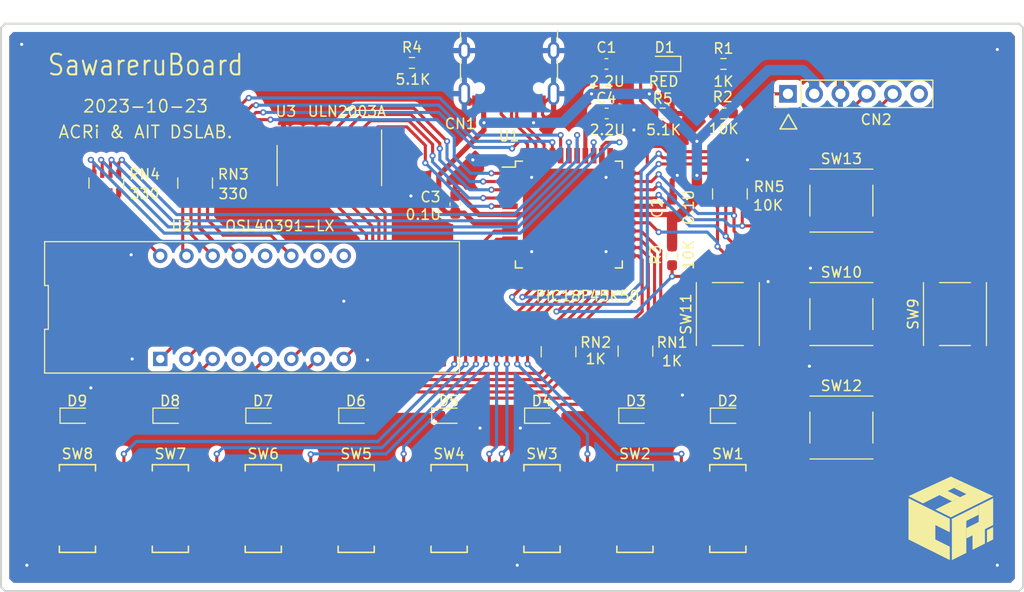
<source format=kicad_pcb>
(kicad_pcb (version 20221018) (generator pcbnew)
  (title_block (title "FPGA-RemoCon") (date "2023-06-29") (rev "0.3.0") (company "AIT-DSLab"))
  (layers (0 "F.Cu" signal) (31 "B.Cu" signal) (35 "F.Paste" user) (37 "F.SilkS" user "F.Silkscreen") (38 "B.Mask" user) (39 "F.Mask" user) (44 "Edge.Cuts" user))
  (net 0 "")
  (net 1 "+5V")
  (net 2 "GND")
  (net 3 "Net-(U1-VUSB3V3{slash}VDDCORE)")
  (net 4 "/USB_DN")
  (net 5 "/USB_DP")
  (net 6 "/ICRST_X")
  (net 7 "/ICPGD")
  (net 8 "/ICPGC")
  (net 10 "Net-(D1-K)")
  (net 11 "Net-(D2-A)")
  (net 12 "Net-(D3-A)")
  (net 13 "Net-(D4-A)")
  (net 14 "Net-(D5-A)")
  (net 15 "Net-(D6-A)")
  (net 16 "Net-(D7-A)")
  (net 17 "Net-(D8-A)")
  (net 18 "Net-(D9-A)")
  (net 19 "/BTN_L")
  (net 20 "/LED0")
  (net 21 "/LED1")
  (net 22 "/LED2")
  (net 23 "/LED3")
  (net 24 "/LED4")
  (net 25 "/LED5")
  (net 26 "/LED6")
  (net 27 "/LED7")
  (net 28 "Net-(RN3-R1.1)")
  (net 29 "Net-(RN3-R2.1)")
  (net 30 "Net-(RN3-R3.1)")
  (net 31 "Net-(RN3-R4.1)")
  (net 32 "/SEG_F")
  (net 33 "/SEG_C")
  (net 34 "/SEG_A")
  (net 35 "/SEG_G")
  (net 36 "Net-(RN4-R1.1)")
  (net 37 "Net-(RN4-R2.1)")
  (net 38 "Net-(RN4-R3.1)")
  (net 39 "Net-(RN4-R4.1)")
  (net 40 "/SEG_B")
  (net 41 "/SEG_D")
  (net 42 "/SEG_E")
  (net 43 "/SEG_DP")
  (net 44 "/BTN_D")
  (net 45 "/BTN_C")
  (net 46 "/BTN_U")
  (net 47 "/BTN_R")
  (net 48 "unconnected-(SW1-A-Pad1)")
  (net 49 "/SW0")
  (net 50 "unconnected-(SW2-A-Pad1)")
  (net 51 "/SW1")
  (net 52 "unconnected-(SW3-A-Pad1)")
  (net 53 "/SW2")
  (net 54 "unconnected-(SW4-A-Pad1)")
  (net 55 "/SW3")
  (net 56 "unconnected-(SW5-A-Pad1)")
  (net 57 "/SW4")
  (net 58 "unconnected-(SW6-A-Pad1)")
  (net 59 "/SW5")
  (net 60 "unconnected-(SW7-A-Pad1)")
  (net 61 "/SW6")
  (net 62 "unconnected-(SW8-A-Pad1)")
  (net 63 "/SW7")
  (net 64 "/CATH3")
  (net 65 "/CATH2")
  (net 66 "/CATH1")
  (net 67 "/CATH0")
  (net 69 "Net-(U2-CC1)")
  (net 70 "Net-(U2-CC2)")
  (net 73 "Net-(U2-CC3)")
  (net 76 "Net-(U2-CC4)")
  (net 84 "Net-(CN1-CC1)")
  (net 85 "Net-(CN1-CC2)")
  (footprint "LED_SMD:LED_0603_1608Metric_Pad1.05x0.95mm_HandSolder" (layer "F.Cu") (at 75.375 88)
    (fp_text reference "D7")
    (fp_text value "Green" hide)
  )
  (footprint "Resistor_SMD:R_Array_Convex_4x0603" (layer "F.Cu") (at 120.6 66.5 90)
    (fp_text reference "RN5")
    (fp_text value "10K")
  )
  (footprint "Board:SW_Slide_SSSS213202" (layer "F.Cu") (at 57.4 97)
    (fp_text reference "SW8")
    (fp_text value "SW_SPDT" hide)
  )
  (footprint "Board:SW_Slide_SSSS213202" (layer "F.Cu") (at 75.4 97)
    (fp_text reference "SW6")
    (fp_text value "SW_SPDT" hide)
  )
  (footprint "Board:SW_Slide_SSSS213202" (layer "F.Cu") (at 84.4 97)
    (fp_text reference "SW5")
    (fp_text value "SW_SPDT" hide)
  )
  (footprint "Board:SW_Slide_SSSS213202" (layer "F.Cu") (at 93.4 97)
    (fp_text reference "SW4")
    (fp_text value "SW_SPDT" hide)
  )
  (footprint "Resistor_SMD:R_Array_Convex_4x0603" (layer "F.Cu") (at 68.8 65.45 90)
    (fp_text reference "RN3")
    (fp_text value "330")
  )
  (footprint "LED_SMD:LED_0603_1608Metric_Pad1.05x0.95mm_HandSolder" (layer "F.Cu") (at 93.375 88)
    (fp_text reference "D5")
    (fp_text value "Green" hide)
  )
  (footprint "LED_SMD:LED_0603_1608Metric_Pad1.05x0.95mm_HandSolder" (layer "F.Cu") (at 114.175 53.9 180)
    (fp_text reference "D1")
    (fp_text value "RED")
  )
  (footprint "Resistor_SMD:R_0603_1608Metric_Pad0.98x0.95mm_HandSolder" (layer "F.Cu") (at 119.975 53.9)
    (fp_text reference "R1")
    (fp_text value "1K")
  )
  (footprint "Capacitor_SMD:C_0603_1608Metric_Pad1.08x0.95mm_HandSolder" (layer "F.Cu") (at 108.6625 58.7)
    (fp_text reference "C4")
    (fp_text value "2.2U")
  )
  (footprint "Board:USB_HRO_TYPE-C-31-M-12" (layer "F.Cu") (at 99.2 53.65 180)
    (fp_text reference "CN1")
    (fp_text value "USB_C_2.0")
  )
  (footprint "Capacitor_SMD:C_0603_1608Metric_Pad1.08x0.95mm_HandSolder" (layer "F.Cu") (at 115 67.8625 90)
    (fp_text reference "C2")
    (fp_text value "0.1U")
  )
  (footprint "Resistor_SMD:R_0603_1608Metric_Pad0.98x0.95mm_HandSolder" (layer "F.Cu") (at 115 72.5 -90)
    (fp_text reference "R3")
    (fp_text value "10K")
  )
  (footprint "Board:SW_Slide_SSSS213202" (layer "F.Cu") (at 66.4 97)
    (fp_text reference "SW7")
    (fp_text value "SW_SPDT" hide)
  )
  (footprint "Package_SO:SOIC-16_3.9x9.9mm_P1.27mm" (layer "F.Cu") (at 81.8 63.75 -90)
    (fp_text reference "U3")
    (fp_text value "ULN2003A")
  )
  (footprint "Board:SW_SPST_TS-06104" (layer "F.Cu") (at 120.4 78.15 90)
    (fp_text reference "SW11")
    (fp_text value "SW_Push" hide)
  )
  (footprint "Board:SW_SPST_TS-06104" (layer "F.Cu") (at 131.4 89.15)
    (fp_text reference "SW12")
    (fp_text value "SW_Push" hide)
  )
  (footprint "Board:SW_Slide_SSSS213202" (layer "F.Cu") (at 111.4 97)
    (fp_text reference "SW2")
    (fp_text value "SW_SPDT" hide)
  )
  (footprint "Resistor_SMD:R_Array_Convex_4x0603" (layer "F.Cu") (at 60.2 65.45 90)
    (fp_text reference "RN4")
    (fp_text value "330")
  )
  (footprint "LED_SMD:LED_0603_1608Metric_Pad1.05x0.95mm_HandSolder" (layer "F.Cu") (at 66.375 88)
    (fp_text reference "D8")
    (fp_text value "Green" hide)
  )
  (footprint "Board:SW_SPST_TS-06104" (layer "F.Cu") (at 131.4 67.15)
    (fp_text reference "SW13")
    (fp_text value "SW_Push" hide)
  )
  (footprint "Package_QFP:TQFP-44_10x10mm_P0.8mm" (layer "F.Cu") (at 105 68.5)
    (fp_text reference "U1")
    (fp_text value "PIC18F45K50")
  )
  (footprint "Board:OSL40391" (layer "F.Cu") (at 74.31 77.5)
    (fp_text reference "U2")
    (fp_text value "OSL40391-LX")
  )
  (footprint "Connector_PinHeader_2.54mm:PinHeader_1x06_P2.54mm_Vertical" (layer "F.Cu") (at 126.225 56.8 90)
    (fp_text reference "CN2")
    (fp_text value "Conn_PIC_ICSP_ICD" hide)
  )
  (footprint "Resistor_SMD:R_Array_Convex_4x0603" (layer "F.Cu") (at 111.45 81.75 90)
    (fp_text reference "RN1")
    (fp_text value "1K")
  )
  (footprint "LED_SMD:LED_0603_1608Metric_Pad1.05x0.95mm_HandSolder" (layer "F.Cu") (at 111.5 88)
    (fp_text reference "D3")
    (fp_text value "Green" hide)
  )
  (footprint "LED_SMD:LED_0603_1608Metric_Pad1.05x0.95mm_HandSolder" (layer "F.Cu") (at 57.375 88)
    (fp_text reference "D9")
    (fp_text value "Green" hide)
  )
  (footprint "Board:SW_Slide_SSSS213202" (layer "F.Cu") (at 120.4 97)
    (fp_text reference "SW1")
    (fp_text value "SW_SPDT" hide)
  )
  (footprint "Capacitor_SMD:C_0603_1608Metric_Pad1.08x0.95mm_HandSolder" (layer "F.Cu") (at 94 67.5 90)
    (fp_text reference "C3")
    (fp_text value "0.1U")
  )
  (footprint "Resistor_SMD:R_0603_1608Metric_Pad0.98x0.95mm_HandSolder" (layer "F.Cu") (at 119.975 58.7)
    (fp_text reference "R2")
    (fp_text value "10K")
  )
  (footprint "Board:SW_Slide_SSSS213202" (layer "F.Cu") (at 102.4 97)
    (fp_text reference "SW3")
    (fp_text value "SW_SPDT" hide)
  )
  (footprint "Resistor_SMD:R_0603_1608Metric_Pad0.98x0.95mm_HandSolder" (layer "F.Cu") (at 114.0875 58.7)
    (fp_text reference "R5")
    (fp_text value "5.1K")
  )
  (footprint "LED_SMD:LED_0603_1608Metric_Pad1.05x0.95mm_HandSolder" (layer "F.Cu") (at 84.375 88)
    (fp_text reference "D6")
    (fp_text value "Green" hide)
  )
  (footprint "Capacitor_SMD:C_0603_1608Metric_Pad1.08x0.95mm_HandSolder" (layer "F.Cu") (at 108.6375 53.9)
    (fp_text reference "C1")
    (fp_text value "2.2U")
  )
  (footprint "LED_SMD:LED_0603_1608Metric_Pad1.05x0.95mm_HandSolder" (layer "F.Cu") (at 102.375 88)
    (fp_text reference "D4")
    (fp_text value "Green" hide)
  )
  (footprint "Board:SW_SPST_TS-06104" (layer "F.Cu") (at 131.4 78.15)
    (fp_text reference "SW10")
    (fp_text value "SW_Push" hide)
  )
  (footprint "Resistor_SMD:R_Array_Convex_4x0603" (layer "F.Cu") (at 104 81.8 90)
    (fp_text reference "RN2")
    (fp_text value "1K")
  )
  (footprint "Resistor_SMD:R_0603_1608Metric_Pad0.98x0.95mm_HandSolder" (layer "F.Cu") (at 89.8 53.8 180)
    (fp_text reference "R4")
    (fp_text value "5.1K")
  )
  (footprint "LED_SMD:LED_0603_1608Metric_Pad1.05x0.95mm_HandSolder" (layer "F.Cu") (at 120.375 88)
    (fp_text reference "D2")
    (fp_text value "Green" hide)
  )
  (footprint "Board:SW_SPST_TS-06104" (layer "F.Cu") (at 142.4 78.15 90)
    (fp_text reference "SW9")
    (fp_text value "SW_Push" hide)
  )
  (gr_poly (pts (xy 144.7 98.3) (xy 144.7 96.7) (xy 146.1 96) (xy 146.1 98.6) (xy 145.3 99) (xy 145.3 100.4) (xy 144.1 101) (xy 144.1 99.6) (xy 143.5 99.9) (xy 143.5 98.9)) (fill solid) (layer "F.SilkS"))
  (gr_poly (pts (xy 145.5 100.3) (xy 146.1 100) (xy 146.1 98.8) (xy 145.5 99.1)) (fill solid) (layer "F.SilkS"))
  (gr_line (start 126.265 58.8) (end 125.465 60.2) (stroke (width 0.15)) (layer "F.SilkS"))
  (gr_poly (pts (xy 144.7 96.7) (xy 144.7 97.6) (xy 143.5 98.2) (xy 143.5 101.3) (xy 142.1 102) (xy 142.1 98)) (fill solid) (layer "F.SilkS"))
  (gr_poly (pts (xy 141.9 102) (xy 137.9 100) (xy 137.9 96) (xy 141.9 98) (xy 141.9 99.3) (xy 140.5 98.6) (xy 140.5 100) (xy 141.9 100.7)) (fill solid) (layer "F.SilkS"))
  (gr_poly (pts (xy 143.3 94.5) (xy 142 93.9) (xy 137.9 95.8) (xy 139.3 96.5) (xy 140.9 95.7) (xy 142.1 96.3) (xy 142.9 95.9) (xy 141.7 95.3)) (fill solid) (layer "F.SilkS"))
  (gr_line (start 127.065 60.2) (end 126.265 58.8) (stroke (width 0.15)) (layer "F.SilkS"))
  (gr_line (start 125.465 60.2) (end 127.065 60.2) (stroke (width 0.15)) (layer "F.SilkS"))
  (gr_poly (pts (xy 146.1 95.8) (xy 142 97.85) (xy 140.5 97.1) (xy 143.5 95.6) (xy 142.3 95) (xy 143.3 94.5)) (fill solid) (layer "F.SilkS"))
  (gr_line (start 50 50.4) (end 50.4 50) (stroke (width 0.2)) (layer "Edge.Cuts"))
  (gr_line (start 148.6 105) (end 50.4 105) (stroke (width 0.2)) (layer "Edge.Cuts"))
  (gr_line (start 50.4 50) (end 148.6 50) (stroke (width 0.2)) (layer "Edge.Cuts"))
  (gr_line (start 148.6 50) (end 149 50.4) (stroke (width 0.2)) (layer "Edge.Cuts"))
  (gr_line (start 50 104.6) (end 50 50.4) (stroke (width 0.2)) (layer "Edge.Cuts"))
  (gr_line (start 50 104.6) (end 50.4 105) (stroke (width 0.2)) (layer "Edge.Cuts"))
  (gr_line (start 149 50.4) (end 149 104.6) (stroke (width 0.2)) (layer "Edge.Cuts"))
  (gr_line (start 149 104.6) (end 148.6 105) (stroke (width 0.2)) (layer "Edge.Cuts"))
  (gr_text "SawareruBoard" (at 64 54) (layer "F.SilkS") (effects (font (size 2 1.7) (thickness 0.2))))
  (gr_text "ACRi & AIT DSLAB." (at 64 60.5) (layer "F.SilkS") (effects (font (size 1.2 1.2))))
  (gr_text "2023-10-23\n" (at 64 58) (layer "F.SilkS") (effects (font (size 1.2 1.2))))
  (segment (start 93.1625 68.3625) (end 94 68.3625) (width 0.5) (layer "F.Cu") (net 1))
  (segment (start 121.8 64.8) (end 121.8 65.6) (width 0.3) (layer "F.Cu") (net 1))
  (segment (start 119.6 64.5) (end 119.4 64.5) (width 0.3) (layer "F.Cu") (net 1))
  (segment (start 117.4 61.4) (end 119.0625 59.7375) (width 0.4) (layer "F.Cu") (net 1))
  (segment (start 121.5 64.5) (end 121.8 64.8) (width 0.3) (layer "F.Cu") (net 1))
  (segment (start 92.4 64.7) (end 92.4 65.8) (width 0.5) (layer "F.Cu") (net 1))
  (segment (start 120.6 64.5) (end 121 64.5) (width 0.3) (layer "F.Cu") (net 1))
  (segment (start 112.8 56.8) (end 113.3 56.3) (width 0.4) (layer "F.Cu") (net 1))
  (segment (start 117.4 66.9) (end 115.575 68.725) (width 1) (layer "F.Cu") (net 1))
  (segment (start 120.6 64.5) (end 120.2 64.5) (width 0.3) (layer "F.Cu") (net 1))
  (segment (start 101.65 57.695) (end 101.65 59.53) (width 0.5) (layer "F.Cu") (net 1))
  (segment (start 115 68.725) (end 115 71.5875) (width 1) (layer "F.Cu") (net 1))
  (segment (start 114.775 68.5) (end 115 68.725) (width 0.5) (layer "F.Cu") (net 1))
  (segment (start 107.775 53.9) (end 107.775 56.225) (width 0.4) (layer "F.Cu") (net 1))
  (segment (start 95.8 69.3) (end 99.3 69.3) (width 0.5) (layer "F.Cu") (net 1))
  (segment (start 96.75 57.695) (end 96.75 59.57) (width 0.5) (layer "F.Cu") (net 1))
  (segment (start 92.4 67.6) (end 93.1625 68.3625) (width 0.5) (layer "F.Cu") (net 1))
  (segment (start 120.2 64.5) (end 119.6 64.5) (width 0.3) (layer "F.Cu") (net 1))
  (segment (start 117.6 64.5) (end 117.4 64.7) (width 0.3) (layer "F.Cu") (net 1))
  (segment (start 94.8625 68.3625) (end 95.8 69.3) (width 0.5) (layer "F.Cu") (net 1))
  (segment (start 121 64.5) (end 121 65.6) (width 0.3) (layer "F.Cu") (net 1))
  (segment (start 96.78 60.32) (end 92.4 64.7) (width 0.5) (layer "F.Cu") (net 1))
  (segment (start 96.75 59.57) (end 96.78 59.6) (width 0.5) (layer "F.Cu") (net 1))
  (segment (start 92.4 65.8) (end 92.4 67.6) (width 0.5) (layer "F.Cu") (net 1))
  (segment (start 101.65 59.53) (end 101.58 59.6) (width 0.5) (layer "F.Cu") (net 1))
  (segment (start 120.2 64.5) (end 120.2 65.6) (width 0.3) (layer "F.Cu") (net 1))
  (segment (start 115.575 68.725) (end 115 68.725) (width 1) (layer "F.Cu") (net 1))
  (segment (start 119.0625 59.7375) (end 119.0625 58.7) (width 0.4) (layer "F.Cu") (net 1))
  (segment (start 113.3 56.3) (end 113.3 53.9) (width 0.4) (layer "F.Cu") (net 1))
  (segment (start 121 64.5) (end 121.5 64.5) (width 0.3) (layer "F.Cu") (net 1))
  (segment (start 119.4 64.5) (end 119.4 65.6) (width 0.3) (layer "F.Cu") (net 1))
  (segment (start 94 68.3625) (end 94.8625 68.3625) (width 0.5) (layer "F.Cu") (net 1))
  (segment (start 107.775 56.225) (end 107.2 56.8) (width 0.4) (layer "F.Cu") (net 1))
  (segment (start 117.4 64.7) (end 117.4 66.9) (width 1) (layer "F.Cu") (net 1))
  (segment (start 110.7 68.5) (end 114.775 68.5) (width 0.5) (layer "F.Cu") (net 1))
  (segment (start 96.78 59.6) (end 96.78 60.32) (width 0.5) (layer "F.Cu") (net 1))
  (segment (start 119.6 64.5) (end 117.6 64.5) (width 0.3) (layer "F.Cu") (net 1))
  (via (at 101.58 59.6) (size 0.6) (drill 0.3) (layers "F.Cu" "B.Cu") (net 1))
  (via (at 117.4 61.4) (size 0.6) (drill 0.3) (layers "F.Cu" "B.Cu") (net 1))
  (via (at 107.2 56.8) (size 0.6) (drill 0.3) (layers "F.Cu" "B.Cu") (net 1))
  (via (at 117.4 64.7) (size 0.6) (drill 0.3) (layers "F.Cu" "B.Cu") (net 1))
  (via (at 112.8 56.8) (size 0.6) (drill 0.3) (layers "F.Cu" "B.Cu") (net 1))
  (via (at 96.78 59.6) (size 0.6) (drill 0.3) (layers "F.Cu" "B.Cu") (net 1))
  (segment (start 112.8 56.8) (end 117.4 61.4) (width 1) (layer "B.Cu") (net 1))
  (segment (start 124.3 54.5) (end 127.667081 54.5) (width 1) (layer "B.Cu") (net 1))
  (segment (start 107.2 56.8) (end 112.8 56.8) (width 1) (layer "B.Cu") (net 1))
  (segment (start 117.4 61.4) (end 117.4 64.7) (width 1) (layer "B.Cu") (net 1))
  (segment (start 127.667081 54.5) (end 128.765 55.597919) (width 1) (layer "B.Cu") (net 1))
  (segment (start 117.4 61.4) (end 124.3 54.5) (width 1) (layer "B.Cu") (net 1))
  (segment (start 128.765 55.597919) (end 128.765 56.8) (width 1) (layer "B.Cu") (net 1))
  (segment (start 96.78 59.6) (end 104.4 59.6) (width 1) (layer "B.Cu") (net 1))
  (segment (start 104.4 59.6) (end 107.2 56.8) (width 1) (layer "B.Cu") (net 1))
  (segment (start 127.3 69.4) (end 128.4 69.4) (width 0.5) (layer "F.Cu") (net 2))
  (segment (start 99.3 68.5) (end 101.4 68.5) (width 0.5) (layer "F.Cu") (net 2))
  (segment (start 102.45 58.85) (end 102.9 59.3) (width 0.3) (layer "F.Cu") (net 2))
  (segment (start 95.95 57.695) (end 95.795 57.695) (width 0.3) (layer "F.Cu") (net 2))
  (segment (start 95.95 57.695) (end 95.95 58.85) (width 0.3) (layer "F.Cu") (net 2))
  (segment (start 131.305 56.8) (end 131.305 55.005) (width 0.7) (layer "F.Cu") (net 2))
  (segment (start 110.7 67.7) (end 108.6 67.7) (width 0.5) (layer "F.Cu") (net 2))
  (segment (start 133.6 70.1) (end 134.3 69.4) (width 0.5) (layer "F.Cu") (net 2))
  (segment (start 129.1 70.1) (end 133.6 70.1) (width 0.5) (layer "F.Cu") (net 2))
  (segment (start 102.605 57.695) (end 103.52 56.78) (width 0.3) (layer "F.Cu") (net 2))
  (segment (start 94.4375 66.6375) (end 96.3 68.5) (width 0.5) (layer "F.Cu") (net 2))
  (segment (start 115 65.4) (end 115 65.2) (width 0.5) (layer "F.Cu") (net 2))
  (segment (start 102.45 57.695) (end 102.605 57.695) (width 0.3) (layer "F.Cu") (net 2))
  (segment (start 96.3 68.5) (end 99.3 68.5) (width 0.5) (layer "F.Cu") (net 2))
  (segment (start 115 67) (end 115 65.4) (width 0.5) (layer "F.Cu") (net 2))
  (segment (start 95.795 57.695) (end 94.88 56.78) (width 0.3) (layer "F.Cu") (net 2))
  (segment (start 102.45 57.695) (end 102.45 58.85) (width 0.3) (layer "F.Cu") (net 2))
  (segment (start 115 65.2) (end 115.5 64.7) (width 0.5) (layer "F.Cu") (net 2))
  (segment (start 94 66.6375) (end 94.4375 66.6375) (width 0.5) (layer "F.Cu") (net 2))
  (segment (start 95.95 58.85) (end 95.6 59.2) (width 0.3) (layer "F.Cu") (net 2))
  (segment (start 110.7 67.7) (end 114.3 67.7) (width 0.5) (layer "F.Cu") (net 2))
  (segment (start 134.3 69.4) (end 135.5 69.4) (width 0.5) (layer "F.Cu") (net 2))
  (segment (start 128.4 69.4) (end 129.1 70.1) (width 0.5) (layer "F.Cu") (net 2))
  (segment (start 114.3 67.7) (end 115 67) (width 0.5) (layer "F.Cu") (net 2))
  (via (at 122.3 63.2) (size 0.6) (drill 0.3) (layers "F.Cu" "B.Cu") (net 2))
  (via (at 146.5 102.5) (size 0.6) (drill 0.3) (layers "F.Cu" "B.Cu") (net 2))
  (via (at 128.3 83.2) (size 0.6) (drill 0.3) (layers "F.Cu" "B.Cu") (net 2))
  (via (at 115.5 64.7) (size 0.6) (drill 0.3) (layers "F.Cu" "B.Cu") (net 2))
  (via (at 128.4 73.7) (size 0.6) (drill 0.3) (layers "F.Cu" "B.Cu") (net 2))
  (via (at 100 102.5) (size 0.6) (drill 0.3) (layers "F.Cu" "B.Cu") (net 2))
  (via (at 62.7 82.5) (size 0.6) (drill 0.3) (layers "F.Cu" "B.Cu") (net 2))
  (via (at 116 86) (size 0.6) (drill 0.3) (layers "F.Cu" "B.Cu") (net 2))
  (via (at 85.5 82.6) (size 0.6) (drill 0.3) (layers "F.Cu" "B.Cu") (net 2))
  (via (at 101.4 64.9) (size 0.6) (drill 0.3) (layers "F.Cu" "B.Cu") (net 2))
  (via (at 62.6 72.4) (size 0.6) (drill 0.3) (layers "F.Cu" "B.Cu") (net 2))
  (via (at 83.2 76.9) (size 0.6) (drill 0.3) (layers "F.Cu" "B.Cu") (net 2))
  (via (at 124.3 75) (size 0.6) (drill 0.3) (layers "F.Cu" "B.Cu") (net 2))
  (via (at 96.4 89.2) (size 0.6) (drill 0.3) (layers "F.Cu" "B.Cu") (net 2))
  (via (at 108.6 72.1) (size 0.6) (drill 0.3) (layers "F.Cu" "B.Cu") (net 2))
  (via (at 146.5 52.5) (size 0.6) (drill 0.3) (layers "F.Cu" "B.Cu") (net 2))
  (via (at 52.5 102.5) (size 0.6) (drill 0.3) (layers "F.Cu" "B.Cu") (net 2))
  (via (at 95.7 63.2) (size 0.6) (drill 0.3) (layers "F.Cu" "B.Cu") (net 2))
  (via (at 52 52) (size 0.6) (drill 0.3) (layers "F.Cu" "B.Cu") (net 2))
  (via (at 111.3 60.3) (size 0.6) (drill 0.3) (layers "F.Cu" "B.Cu") (net 2))
  (via (at 89.7 66.7) (size 0.6) (drill 0.3) (layers "F.Cu" "B.Cu") (net 2))
  (via (at 101.4 72.1) (size 0.6) (drill 0.3) (layers "F.Cu" "B.Cu") (net 2))
  (via (at 108.6 64.9) (size 0.6) (drill 0.3) (layers "F.Cu" "B.Cu") (net 2))
  (via (at 100.3 89.2) (size 0.6) (drill 0.3) (layers "F.Cu" "B.Cu") (net 2))
  (via (at 58.7 85.3) (size 0.6) (drill 0.3) (layers "F.Cu" "B.Cu") (net 2))
  (segment (start 106.6 59.9) (end 107.8 58.7) (width 0.4) (layer "F.Cu") (net 3))
  (segment (start 106.6 62.8) (end 106.6 59.9) (width 0.4) (layer "F.Cu") (net 3))
  (segment (start 99.95 57.695) (end 99.95 59.05) (width 0.3) (layer "F.Cu") (net 4))
  (segment (start 99.95 56.62) (end 99.95 57.695) (width 0.3) (layer "F.Cu") (net 4))
  (segment (start 98.95 56.65) (end 99.2 56.4) (width 0.3) (layer "F.Cu") (net 4))
  (segment (start 99.95 59.05) (end 102.6 61.7) (width 0.3) (layer "F.Cu") (net 4))
  (segment (start 99.73 56.4) (end 99.95 56.62) (width 0.3) (layer "F.Cu") (net 4))
  (segment (start 102.6 61.7) (end 102.6 62.8) (width 0.3) (layer "F.Cu") (net 4))
  (segment (start 99.2 56.4) (end 99.73 56.4) (width 0.3) (layer "F.Cu") (net 4))
  (segment (start 98.95 57.695) (end 98.95 56.65) (width 0.3) (layer "F.Cu") (net 4))
  (segment (start 99.45 59.35) (end 101.8 61.7) (width 0.3) (layer "F.Cu") (net 5))
  (segment (start 99.45 57.695) (end 99.45 59.35) (width 0.3) (layer "F.Cu") (net 5))
  (segment (start 99.03 59.35) (end 98.45 58.77) (width 0.3) (layer "F.Cu") (net 5))
  (segment (start 101.8 62.8) (end 101.8 61.7) (width 0.3) (layer "F.Cu") (net 5))
  (segment (start 98.45 58.77) (end 98.45 57.695) (width 0.3) (layer "F.Cu") (net 5))
  (segment (start 99.45 59.35) (end 99.03 59.35) (width 0.3) (layer "F.Cu") (net 5))
  (segment (start 113.1 61.9) (end 114 61.9) (width 0.3) (layer "F.Cu") (net 6))
  (segment (start 112.6 62.4) (end 113.1 61.9) (width 0.3) (layer "F.Cu") (net 6))
  (segment (start 114.5 62.4) (end 119 62.4) (width 0.3) (layer "F.Cu") (net 6))
  (segment (start 119 62.4) (end 121.7 59.7) (width 0.3) (layer "F.Cu") (net 6))
  (segment (start 124.6 56.8) (end 126.225 56.8) (width 0.3) (layer "F.Cu") (net 6))
  (segment (start 112.6 63.7) (end 112.6 62.4) (width 0.3) (layer "F.Cu") (net 6))
  (segment (start 121.7 59.7) (end 124.6 56.8) (width 0.3) (layer "F.Cu") (net 6))
  (segment (start 111.8 64.5) (end 112.6 63.7) (width 0.3) (layer "F.Cu") (net 6))
  (segment (start 120.9 58.9) (end 121.7 59.7) (width 0.3) (layer "F.Cu") (net 6))
  (segment (start 114 61.9) (end 114.5 62.4) (width 0.3) (layer "F.Cu") (net 6))
  (segment (start 110.7 64.5) (end 111.8 64.5) (width 0.3) (layer "F.Cu") (net 6))
  (segment (start 100.6 76.5) (end 100.5 76.5) (width 0.3) (layer "F.Cu") (net 7))
  (segment (start 124 58.3) (end 132.345 58.3) (width 0.3) (layer "F.Cu") (net 7))
  (segment (start 101.8 74.2) (end 101.8 75.3) (width 0.3) (layer "F.Cu") (net 7))
  (segment (start 113.7 62.6) (end 114.1 63) (width 0.3) (layer "F.Cu") (net 7))
  (segment (start 101.8 75.3) (end 100.6 76.5) (width 0.3) (layer "F.Cu") (net 7))
  (segment (start 119.3 63) (end 124 58.3) (width 0.3) (layer "F.Cu") (net 7))
  (segment (start 114.1 63) (end 119.3 63) (width 0.3) (layer "F.Cu") (net 7))
  (segment (start 132.345 58.3) (end 133.845 56.8) (width 0.3) (layer "F.Cu") (net 7))
  (via (at 113.7 62.6) (size 0.6) (drill 0.3) (layers "F.Cu" "B.Cu") (net 7))
  (via (at 100.5 76.5) (size 0.6) (drill 0.3) (layers "F.Cu" "B.Cu") (net 7))
  (segment (start 112 64.5) (end 112 64.3) (width 0.3) (layer "B.Cu") (net 7))
  (segment (start 112 75.1) (end 112 64.5) (width 0.3) (layer "B.Cu") (net 7))
  (segment (start 110.6 76.5) (end 112 75.1) (width 0.3) (layer "B.Cu") (net 7))
  (segment (start 100.5 76.5) (end 110.6 76.5) (width 0.3) (layer "B.Cu") (net 7))
  (segment (start 112 64.3) (end 113.7 62.6) (width 0.3) (layer "B.Cu") (net 7))
  (segment (start 113.7 63.6) (end 119.6 63.6) (width 0.3) (layer "F.Cu") (net 8))
  (segment (start 101 75) (end 99.5 76.5) (width 0.3) (layer "F.Cu") (net 8))
  (segment (start 101 74.2) (end 101 75) (width 0.3) (layer "F.Cu") (net 8))
  (segment (start 119.6 63.6) (end 124.3 58.9) (width 0.3) (layer "F.Cu") (net 8))
  (segment (start 134.285 58.9) (end 136.385 56.8) (width 0.3) (layer "F.Cu") (net 8))
  (segment (start 124.3 58.9) (end 134.285 58.9) (width 0.3) (layer "F.Cu") (net 8))
  (via (at 113.7 63.6) (size 0.6) (drill 0.3) (layers "F.Cu" "B.Cu") (net 8))
  (via (at 99.5 76.5) (size 0.6) (drill 0.3) (layers "F.Cu" "B.Cu") (net 8))
  (segment (start 99.5 76.7) (end 100 77.2) (width 0.3) (layer "B.Cu") (net 8))
  (segment (start 99.5 76.5) (end 99.5 76.7) (width 0.3) (layer "B.Cu") (net 8))
  (segment (start 112.6 75.4) (end 112.6 64.7) (width 0.3) (layer "B.Cu") (net 8))
  (segment (start 112.6 64.7) (end 113.7 63.6) (width 0.3) (layer "B.Cu") (net 8))
  (segment (start 110.8 77.2) (end 112.6 75.4) (width 0.3) (layer "B.Cu") (net 8))
  (segment (start 100 77.2) (end 110.8 77.2) (width 0.3) (layer "B.Cu") (net 8))
  (segment (start 115.05 53.9) (end 119.0625 53.9) (width 0.3) (layer "F.Cu") (net 10))
  (segment (start 113.3 84.1) (end 112.65 83.45) (width 0.3) (layer "F.Cu") (net 11))
  (segment (start 112.65 83.45) (end 112.65 82.65) (width 0.3) (layer "F.Cu") (net 11))
  (segment (start 121.25 88) (end 121.25 87.35) (width 0.3) (layer "F.Cu") (net 11))
  (segment (start 118 84.1) (end 113.3 84.1) (width 0.3) (layer "F.Cu") (net 11))
  (segment (start 121.25 87.35) (end 118 84.1) (width 0.3) (layer "F.Cu") (net 11))
  (segment (start 112.375 84.075) (end 111.85 83.55) (width 0.3) (layer "F.Cu") (net 12))
  (segment (start 111.85 83.55) (end 111.85 82.65) (width 0.3) (layer "F.Cu") (net 12))
  (segment (start 112.375 88) (end 112.375 84.075) (width 0.3) (layer "F.Cu") (net 12))
  (segment (start 107.6 86.9) (end 111.05 83.45) (width 0.3) (layer "F.Cu") (net 13))
  (segment (start 104.3 86.9) (end 107.6 86.9) (width 0.3) (layer "F.Cu") (net 13))
  (segment (start 103.25 88) (end 103.25 87.95) (width 0.3) (layer "F.Cu") (net 13))
  (segment (start 111.05 83.45) (end 111.05 82.65) (width 0.3) (layer "F.Cu") (net 13))
  (segment (start 103.25 87.95) (end 104.3 86.9) (width 0.3) (layer "F.Cu") (net 13))
  (segment (start 110.25 83.35) (end 110.25 82.65) (width 0.3) (layer "F.Cu") (net 14))
  (segment (start 94.25 88) (end 94.25 87.95) (width 0.3) (layer "F.Cu") (net 14))
  (segment (start 94.25 87.95) (end 95.9 86.3) (width 0.3) (layer "F.Cu") (net 14))
  (segment (start 107.3 86.3) (end 110.25 83.35) (width 0.3) (layer "F.Cu") (net 14))
  (segment (start 95.9 86.3) (end 107.3 86.3) (width 0.3) (layer "F.Cu") (net 14))
  (segment (start 87.5 85.7) (end 103.1 85.7) (width 0.3) (layer "F.Cu") (net 15))
  (segment (start 85.25 88) (end 85.25 87.95) (width 0.3) (layer "F.Cu") (net 15))
  (segment (start 105.2 83.6) (end 105.2 82.7) (width 0.3) (layer "F.Cu") (net 15))
  (segment (start 85.25 87.95) (end 87.5 85.7) (width 0.3) (layer "F.Cu") (net 15))
  (segment (start 103.1 85.7) (end 105.2 83.6) (width 0.3) (layer "F.Cu") (net 15))
  (segment (start 102.8 85.1) (end 104.4 83.5) (width 0.3) (layer "F.Cu") (net 16))
  (segment (start 76.25 88) (end 77.9 88) (width 0.3) (layer "F.Cu") (net 16))
  (segment (start 77.9 88) (end 80.8 85.1) (width 0.3) (layer "F.Cu") (net 16))
  (segment (start 104.4 83.5) (end 104.4 82.7) (width 0.3) (layer "F.Cu") (net 16))
  (segment (start 80.8 85.1) (end 102.8 85.1) (width 0.3) (layer "F.Cu") (net 16))
  (segment (start 68.9 86.3) (end 78.7 86.3) (width 0.3) (layer "F.Cu") (net 17))
  (segment (start 102.5 84.5) (end 103.6 83.4) (width 0.3) (layer "F.Cu") (net 17))
  (segment (start 67.25 87.95) (end 68.9 86.3) (width 0.3) (layer "F.Cu") (net 17))
  (segment (start 103.6 83.4) (end 103.6 82.7) (width 0.3) (layer "F.Cu") (net 17))
  (segment (start 67.25 88) (end 67.25 87.95) (width 0.3) (layer "F.Cu") (net 17))
  (segment (start 78.7 86.3) (end 80.5 84.5) (width 0.3) (layer "F.Cu") (net 17))
  (segment (start 80.5 84.5) (end 102.5 84.5) (width 0.3) (layer "F.Cu") (net 17))
  (segment (start 78.4 85.7) (end 80.2 83.9) (width 0.3) (layer "F.Cu") (net 18))
  (segment (start 102.8 83.3) (end 102.8 82.7) (width 0.3) (layer "F.Cu") (net 18))
  (segment (start 58.25 88) (end 58.3 88) (width 0.3) (layer "F.Cu") (net 18))
  (segment (start 58.3 88) (end 60.6 85.7) (width 0.3) (layer "F.Cu") (net 18))
  (segment (start 80.2 83.9) (end 102.2 83.9) (width 0.3) (layer "F.Cu") (net 18))
  (segment (start 102.2 83.9) (end 102.8 83.3) (width 0.3) (layer "F.Cu") (net 18))
  (segment (start 60.6 85.7) (end 78.4 85.7) (width 0.3) (layer "F.Cu") (net 18))
  (segment (start 115 74.5) (end 117.6 74.5) (width 0.3) (layer "F.Cu") (net 19))
  (segment (start 118.15 75.05) (end 117.6 75.6) (width 0.4) (layer "F.Cu") (net 19))
  (segment (start 118.15 81.35) (end 118.15 82.25) (width 0.4) (layer "F.Cu") (net 19))
  (segment (start 105.8 74.2) (end 105.8 76) (width 0.3) (layer "F.Cu") (net 19))
  (segment (start 105.8 76) (end 103.9 77.9) (width 0.3) (layer "F.Cu") (net 19))
  (segment (start 103.9 77.9) (end 103.8 77.9) (width 0.3) (layer "F.Cu") (net 19))
  (segment (start 118.15 74.05) (end 118.15 75.05) (width 0.4) (layer "F.Cu") (net 19))
  (segment (start 117.6 74.5) (end 118.1 74) (width 0.3) (layer "F.Cu") (net 19))
  (segment (start 115 74.5) (end 115 73.4125) (width 0.3) (layer "F.Cu") (net 19))
  (segment (start 117.6 75.6) (end 117.6 80.8) (width 0.4) (layer "F.Cu") (net 19))
  (segment (start 117.6 80.8) (end 118.15 81.35) (width 0.4) (layer "F.Cu") (net 19))
  (via (at 115 74.5) (size 0.6) (drill 0.3) (layers "F.Cu" "B.Cu") (net 19))
  (via (at 103.8 77.9) (size 0.6) (drill 0.3) (layers "F.Cu" "B.Cu") (net 19))
  (segment (start 103.8 77.9) (end 111 77.9) (width 0.3) (layer "B.Cu") (net 19))
  (segment (start 111.6 77.9) (end 115 74.5) (width 0.3) (layer "B.Cu") (net 19))
  (segment (start 111 77.9) (end 111.6 77.9) (width 0.3) (layer "B.Cu") (net 19))
  (segment (start 113.9 78.8) (end 112.65 80.05) (width 0.3) (layer "F.Cu") (net 20))
  (segment (start 110.7 70.1) (end 112 70.1) (width 0.3) (layer "F.Cu") (net 20))
  (segment (start 112 70.1) (end 113.9 72) (width 0.3) (layer "F.Cu") (net 20))
  (segment (start 113.9 72) (end 113.9 78.8) (width 0.3) (layer "F.Cu") (net 20))
  (segment (start 112.65 80.05) (end 112.65 80.85) (width 0.3) (layer "F.Cu") (net 20))
  (segment (start 113.3 72.3) (end 113.3 78.5) (width 0.3) (layer "F.Cu") (net 21))
  (segment (start 113.3 78.5) (end 111.85 79.95) (width 0.3) (layer "F.Cu") (net 21))
  (segment (start 111.9 70.9) (end 113.3 72.3) (width 0.3) (layer "F.Cu") (net 21))
  (segment (start 111.85 79.95) (end 111.85 80.85) (width 0.3) (layer "F.Cu") (net 21))
  (segment (start 110.7 70.9) (end 111.9 70.9) (width 0.3) (layer "F.Cu") (net 21))
  (segment (start 112.7 72.6) (end 112.7 78.2) (width 0.3) (layer "F.Cu") (net 22))
  (segment (start 111.8 71.7) (end 112.7 72.6) (width 0.3) (layer "F.Cu") (net 22))
  (segment (start 111.05 79.85) (end 111.05 80.85) (width 0.3) (layer "F.Cu") (net 22))
  (segment (start 112.7 78.2) (end 111.05 79.85) (width 0.3) (layer "F.Cu") (net 22))
  (segment (start 110.7 71.7) (end 111.8 71.7) (width 0.3) (layer "F.Cu") (net 22))
  (segment (start 112.1 72.9) (end 112.1 77.9) (width 0.3) (layer "F.Cu") (net 23))
  (segment (start 111.7 72.5) (end 112.1 72.9) (width 0.3) (layer "F.Cu") (net 23))
  (segment (start 110.7 72.5) (end 111.7 72.5) (width 0.3) (layer "F.Cu") (net 23))
  (segment (start 112.1 77.9) (end 110.25 79.75) (width 0.3) (layer "F.Cu") (net 23))
  (segment (start 110.25 79.75) (end 110.25 80.85) (width 0.3) (layer "F.Cu") (net 23))
  (segment (start 109 74.2) (end 109 76.4) (width 0.3) (layer "F.Cu") (net 24))
  (segment (start 105.2 80.2) (end 105.2 80.9) (width 0.3) (layer "F.Cu") (net 24))
  (segment (start 109 76.4) (end 105.2 80.2) (width 0.3) (layer "F.Cu") (net 24))
  (segment (start 108.2 74.2) (end 108.2 76.3) (width 0.3) (layer "F.Cu") (net 25))
  (segment (start 108.2 76.3) (end 104.4 80.1) (width 0.3) (layer "F.Cu") (net 25))
  (segment (start 104.4 80.1) (end 104.4 80.9) (width 0.3) (layer "F.Cu") (net 25))
  (segment (start 107.4 76.2) (end 103.6 80) (width 0.3) (layer "F.Cu") (net 26))
  (segment (start 107.4 74.2) (end 107.4 76.2) (width 0.3) (layer "F.Cu") (net 26))
  (segment (start 103.6 80) (end 103.6 80.9) (width 0.3) (layer "F.Cu") (net 26))
  (segment (start 106.6 76.1) (end 102.8 79.9) (width 0.3) (layer "F.Cu") (net 27))
  (segment (start 106.6 74.2) (end 106.6 76.1) (width 0.3) (layer "F.Cu") (net 27))
  (segment (start 102.8 79.9) (end 102.8 80.9) (width 0.3) (layer "F.Cu") (net 27))
  (segment (start 67.6 72.14) (end 67.96 72.5) (width 0.3) (layer "F.Cu") (net 28))
  (segment (start 67.6 66.35) (end 67.6 72.14) (width 0.3) (layer "F.Cu") (net 28))
  (segment (start 68.4 70.4) (end 70.5 72.5) (width 0.3) (layer "F.Cu") (net 29))
  (segment (start 68.4 66.35) (end 68.4 70.4) (width 0.3) (layer "F.Cu") (net 29))
  (segment (start 69.2 66.35) (end 69.2 69.5) (width 0.3) (layer "F.Cu") (net 30))
  (segment (start 69.2 69.8) (end 70.5 71.1) (width 0.3) (layer "F.Cu") (net 30))
  (segment (start 70.5 71.1) (end 71.64 71.1) (width 0.3) (layer "F.Cu") (net 30))
  (segment (start 69.2 69.5) (end 69.2 69.7) (width 0.3) (layer "F.Cu") (net 30))
  (segment (start 69.2 69.7) (end 70.6 71.1) (width 0.3) (layer "F.Cu") (net 30))
  (segment (start 69.2 69.5) (end 69.2 69.8) (width 0.3) (layer "F.Cu") (net 30))
  (segment (start 71.64 71.1) (end 73.04 72.5) (width 0.3) (layer "F.Cu") (net 30))
  (segment (start 76.12 70.5) (end 78.12 72.5) (width 0.3) (layer "F.Cu") (net 31))
  (segment (start 70 69) (end 71.5 70.5) (width 0.3) (layer "F.Cu") (net 31))
  (segment (start 70 66.35) (end 70 69) (width 0.3) (layer "F.Cu") (net 31))
  (segment (start 71.5 70.5) (end 76.12 70.5) (width 0.3) (layer "F.Cu") (net 31))
  (segment (start 74.8 59.3) (end 76.1 59.3) (width 0.3) (layer "F.Cu") (net 32))
  (segment (start 70 64.1) (end 74.8 59.3) (width 0.3) (layer "F.Cu") (net 32))
  (segment (start 70 64.55) (end 70 64.1) (width 0.3) (layer "F.Cu") (net 32))
  (segment (start 99.3 64.5) (end 97.5 64.5) (width 0.3) (layer "F.Cu") (net 32))
  (via (at 97.5 64.5) (size 0.6) (drill 0.3) (layers "F.Cu" "B.Cu") (net 32))
  (via (at 76.1 59.3) (size 0.6) (drill 0.3) (layers "F.Cu" "B.Cu") (net 32))
  (segment (start 95.5 64.5) (end 93.9 62.9) (width 0.3) (layer "B.Cu") (net 32))
  (segment (start 93.9 62.9) (end 93.9 61) (width 0.3) (layer "B.Cu") (net 32))
  (segment (start 92.2 59.3) (end 93.9 61) (width 0.3) (layer "B.Cu") (net 32))
  (segment (start 76.1 59.3) (end 92.2 59.3) (width 0.3) (layer "B.Cu") (net 32))
  (segment (start 97.5 64.5) (end 95.5 64.5) (width 0.3) (layer "B.Cu") (net 32))
  (segment (start 100.2 61.4) (end 99.5 62.1) (width 0.3) (layer "F.Cu") (net 33))
  (segment (start 69.2 64.55) (end 69.2 64.1) (width 0.3) (layer "F.Cu") (net 33))
  (segment (start 74.7 58.6) (end 75.4 58.6) (width 0.3) (layer "F.Cu") (net 33))
  (segment (start 101 62.8) (end 101 61.7) (width 0.3) (layer "F.Cu") (net 33))
  (segment (start 100.7 61.4) (end 100.2 61.4) (width 0.3) (layer "F.Cu") (net 33))
  (segment (start 101 61.7) (end 100.7 61.4) (width 0.3) (layer "F.Cu") (net 33))
  (segment (start 69.2 64.1) (end 74.7 58.6) (width 0.3) (layer "F.Cu") (net 33))
  (via (at 75.4 58.6) (size 0.6) (drill 0.3) (layers "F.Cu" "B.Cu") (net 33))
  (via (at 99.5 62.1) (size 0.6) (drill 0.3) (layers "F.Cu" "B.Cu") (net 33))
  (segment (start 99.4 62) (end 99.5 62.1) (width 0.3) (layer "B.Cu") (net 33))
  (segment (start 92.392894 58.6) (end 95.792894 62) (width 0.3) (layer "B.Cu") (net 33))
  (segment (start 75.4 58.6) (end 92.392894 58.6) (width 0.3) (layer "B.Cu") (net 33))
  (segment (start 95.792894 62) (end 99.4 62) (width 0.3) (layer "B.Cu") (net 33))
  (segment (start 74.35 57.9) (end 74.7 57.9) (width 0.3) (layer "F.Cu") (net 34))
  (segment (start 68.4 63.85) (end 74.35 57.9) (width 0.3) (layer "F.Cu") (net 34))
  (segment (start 103.4 62.8) (end 103.4 61.5) (width 0.3) (layer "F.Cu") (net 34))
  (segment (start 68.4 64.55) (end 68.4 63.85) (width 0.3) (layer "F.Cu") (net 34))
  (via (at 74.7 57.9) (size 0.6) (drill 0.3) (layers "F.Cu" "B.Cu") (net 34))
  (via (at 103.4 61.5) (size 0.6) (drill 0.3) (layers "F.Cu" "B.Cu") (net 34))
  (segment (start 92.4 57.9) (end 95.9 61.4) (width 0.3) (layer "B.Cu") (net 34))
  (segment (start 95.9 61.4) (end 103.3 61.4) (width 0.3) (layer "B.Cu") (net 34))
  (segment (start 74.7 57.9) (end 92.4 57.9) (width 0.3) (layer "B.Cu") (net 34))
  (segment (start 103.3 61.4) (end 103.4 61.5) (width 0.3) (layer "B.Cu") (net 34))
  (segment (start 67.6 63.5) (end 67.6 64.55) (width 0.3) (layer "F.Cu") (net 35))
  (segment (start 67.6 63.5) (end 73.9 57.2) (width 0.3) (layer "F.Cu") (net 35))
  (segment (start 104.2 62.8) (end 104.2 60.8) (width 0.3) (layer "F.Cu") (net 35))
  (segment (start 73.9 57.2) (end 74 57.2) (width 0.3) (layer "F.Cu") (net 35))
  (via (at 74 57.2) (size 0.6) (drill 0.3) (layers "F.Cu" "B.Cu") (net 35))
  (via (at 104.2 60.8) (size 0.6) (drill 0.3) (layers "F.Cu" "B.Cu") (net 35))
  (segment (start 96.1 60.8) (end 104.2 60.8) (width 0.3) (layer "B.Cu") (net 35))
  (segment (start 92.5 57.2) (end 96.1 60.8) (width 0.3) (layer "B.Cu") (net 35))
  (segment (start 74 57.2) (end 92.5 57.2) (width 0.3) (layer "B.Cu") (net 35))
  (segment (start 59 66.35) (end 59 83.2) (width 0.3) (layer "F.Cu") (net 36))
  (segment (start 59 83.2) (end 60.9 85.1) (width 0.3) (layer "F.Cu") (net 36))
  (segment (start 78.06 85.1) (end 80.66 82.5) (width 0.3) (layer "F.Cu") (net 36))
  (segment (start 60.9 85.1) (end 78.06 85.1) (width 0.3) (layer "F.Cu") (net 36))
  (segment (start 73.58 84.5) (end 75.58 82.5) (width 0.3) (layer "F.Cu") (net 37))
  (segment (start 61.1 84.5) (end 73.58 84.5) (width 0.3) (layer "F.Cu") (net 37))
  (segment (start 59.8 66.35) (end 59.8 83.2) (width 0.3) (layer "F.Cu") (net 37))
  (segment (start 59.8 83.2) (end 61.1 84.5) (width 0.3) (layer "F.Cu") (net 37))
  (segment (start 69.1 83.9) (end 70.5 82.5) (width 0.3) (layer "F.Cu") (net 38))
  (segment (start 60.6 83.2) (end 61.3 83.9) (width 0.3) (layer "F.Cu") (net 38))
  (segment (start 61.3 83.9) (end 69.1 83.9) (width 0.3) (layer "F.Cu") (net 38))
  (segment (start 60.6 66.35) (end 60.6 83.2) (width 0.3) (layer "F.Cu") (net 38))
  (segment (start 61.4 68.48) (end 65.42 72.5) (width 0.3) (layer "F.Cu") (net 39))
  (segment (start 61.4 66.35) (end 61.4 68.48) (width 0.3) (layer "F.Cu") (net 39))
  (segment (start 105 62.8) (end 105 61.5) (width 0.3) (layer "F.Cu") (net 40))
  (segment (start 61.4 63.5) (end 61.4 64.5) (width 0.3) (layer "F.Cu") (net 40))
  (segment (start 61.7 63.2) (end 61.4 63.5) (width 0.3) (layer "F.Cu") (net 40))
  (via (at 105 61.5) (size 0.6) (drill 0.3) (layers "F.Cu" "B.Cu") (net 40))
  (via (at 61.7 63.2) (size 0.6) (drill 0.3) (layers "F.Cu" "B.Cu") (net 40))
  (segment (start 67 68.5) (end 99.7 68.5) (width 0.3) (layer "B.Cu") (net 40))
  (segment (start 105 63.2) (end 99.7 68.5) (width 0.3) (layer "B.Cu") (net 40))
  (segment (start 67 68.5) (end 61.7 63.2) (width 0.3) (layer "B.Cu") (net 40))
  (segment (start 105 61.5) (end 105 63.2) (width 0.3) (layer "B.Cu") (net 40))
  (segment (start 60.6 63.3) (end 60.6 64.5) (width 0.3) (layer "F.Cu") (net 41))
  (segment (start 60.7 63.2) (end 60.6 63.3) (width 0.3) (layer "F.Cu") (net 41))
  (segment (start 105.8 62.8) (end 105.8 60.8) (width 0.3) (layer "F.Cu") (net 41))
  (via (at 60.7 63.2) (size 0.6) (drill 0.3) (layers "F.Cu" "B.Cu") (net 41))
  (via (at 105.8 60.8) (size 0.6) (drill 0.3) (layers "F.Cu" "B.Cu") (net 41))
  (segment (start 99.9 69.1) (end 98.7 69.1) (width 0.3) (layer "B.Cu") (net 41))
  (segment (start 105.8 60.8) (end 105.8 63.2) (width 0.3) (layer "B.Cu") (net 41))
  (segment (start 66.6 69.1) (end 60.7 63.2) (width 0.3) (layer "B.Cu") (net 41))
  (segment (start 98.7 69.1) (end 66.6 69.1) (width 0.3) (layer "B.Cu") (net 41))
  (segment (start 105.8 63.2) (end 99.9 69.1) (width 0.3) (layer "B.Cu") (net 41))
  (segment (start 107.4 62.8) (end 107.4 61.5) (width 0.3) (layer "F.Cu") (net 42))
  (segment (start 59.8 63.3) (end 59.8 64.6) (width 0.3) (layer "F.Cu") (net 42))
  (segment (start 59.7 63.2) (end 59.8 63.3) (width 0.3) (layer "F.Cu") (net 42))
  (via (at 107.4 61.5) (size 0.6) (drill 0.3) (layers "F.Cu" "B.Cu") (net 42))
  (via (at 59.7 63.2) (size 0.6) (drill 0.3) (layers "F.Cu" "B.Cu") (net 42))
  (segment (start 107.4 61.5) (end 107.4 62.4) (width 0.3) (layer "B.Cu") (net 42))
  (segment (start 98.7 69.7) (end 66.2 69.7) (width 0.3) (layer "B.Cu") (net 42))
  (segment (start 66.2 69.7) (end 59.7 63.2) (width 0.3) (layer "B.Cu") (net 42))
  (segment (start 107.4 62.4) (end 100.1 69.7) (width 0.3) (layer "B.Cu") (net 42))
  (segment (start 100.1 69.7) (end 98.7 69.7) (width 0.3) (layer "B.Cu") (net 42))
  (segment (start 58.7 63.2) (end 59 63.5) (width 0.3) (layer "F.Cu") (net 43))
  (segment (start 108.2 62.8) (end 108.2 61.9) (width 0.3) (layer "F.Cu") (net 43))
  (segment (start 108.6 61.5) (end 109.9 61.5) (width 0.3) (layer "F.Cu") (net 43))
  (segment (start 59 63.5) (end 59 64.6) (width 0.3) (layer "F.Cu") (net 43))
  (segment (start 108.2 61.9) (end 108.6 61.5) (width 0.3) (layer "F.Cu") (net 43))
  (via (at 58.7 63.2) (size 0.6) (drill 0.3) (layers "F.Cu" "B.Cu") (net 43))
  (via (at 109.9 61.5) (size 0.6) (drill 0.3) (layers "F.Cu" "B.Cu") (net 43))
  (segment (start 65.8 70.3) (end 58.7 63.2) (width 0.3) (layer "B.Cu") (net 43))
  (segment (start 98.7 70.3) (end 65.8 70.3) (width 0.3) (layer "B.Cu") (net 43))
  (segment (start 106.5 64.1) (end 100.3 70.3) (width 0.3) (layer "B.Cu") (net 43))
  (segment (start 100.3 70.3) (end 98.7 70.3) (width 0.3) (layer "B.Cu") (net 43))
  (segment (start 109.9 61.5) (end 109.1 61.5) (width 0.3) (layer "B.Cu") (net 43))
  (segment (start 109.1 61.5) (end 106.5 64.1) (width 0.3) (layer "B.Cu") (net 43))
  (segment (start 134.3 86.9) (end 135.5 86.9) (width 0.3) (layer "F.Cu") (net 44))
  (segment (start 119.4 71.6) (end 120.1 72.3) (width 0.3) (layer "F.Cu") (net 44))
  (segment (start 120.1 72.3) (end 124.6 72.3) (width 0.3) (layer "F.Cu") (net 44))
  (segment (start 112.8 69.3) (end 113.7 70.2) (width 0.3) (layer "F.Cu") (net 44))
  (segment (start 133.7 86.3) (end 134.3 86.9) (width 0.3) (layer "F.Cu") (net 44))
  (segment (start 124.6 72.3) (end 125.6 73.3) (width 0.3) (layer "F.Cu") (net 44))
  (segment (start 125.6 85.2) (end 127.3 86.9) (width 0.3) (layer "F.Cu") (net 44))
  (segment (start 127.3 86.9) (end 128.5 86.9) (width 0.3) (layer "F.Cu") (net 44))
  (segment (start 119.4 67.4) (end 119.4 71.6) (width 0.3) (layer "F.Cu") (net 44))
  (segment (start 110.7 69.3) (end 112.8 69.3) (width 0.3) (layer "F.Cu") (net 44))
  (segment (start 128.5 86.9) (end 129.1 86.3) (width 0.3) (layer "F.Cu") (net 44))
  (segment (start 125.6 73.3) (end 125.6 85.2) (width 0.3) (layer "F.Cu") (net 44))
  (segment (start 129.1 86.3) (end 133.7 86.3) (width 0.3) (layer "F.Cu") (net 44))
  (via (at 119.4 71.6) (size 0.6) (drill 0.3) (layers "F.Cu" "B.Cu") (net 44))
  (via (at 113.7 70.2) (size 0.6) (drill 0.3) (layers "F.Cu" "B.Cu") (net 44))
  (segment (start 119.4 71.6) (end 119.4 71.2) (width 0.3) (layer "B.Cu") (net 44))
  (segment (start 118.4 70.2) (end 113.7 70.2) (width 0.3) (layer "B.Cu") (net 44))
  (segment (start 119.4 71.2) (end 118.4 70.2) (width 0.3) (layer "B.Cu") (net 44))
  (segment (start 127.3 75.9) (end 128.7 75.9) (width 0.3) (layer "F.Cu") (net 45))
  (segment (start 113.4 66.9) (end 113.7 66.6) (width 0.3) (layer "F.Cu") (net 45))
  (segment (start 120.2 70.6) (end 121.3 71.7) (width 0.3) (layer "F.Cu") (net 45))
  (segment (start 129.3 75.3) (end 133.5 75.3) (width 0.3) (layer "F.Cu") (net 45))
  (segment (start 126.2 73) (end 126.2 74.8) (width 0.3) (layer "F.Cu") (net 45))
  (segment (start 110.7 66.9) (end 113.4 66.9) (width 0.3) (layer "F.Cu") (net 45))
  (segment (start 124.9 71.7) (end 126.2 73) (width 0.3) (layer "F.Cu") (net 45))
  (segment (start 128.7 75.9) (end 129.3 75.3) (width 0.3) (layer "F.Cu") (net 45))
  (segment (start 126.2 74.8) (end 127.3 75.9) (width 0.3) (layer "F.Cu") (net 45))
  (segment (start 133.5 75.3) (end 134.1 75.9) (width 0.3) (layer "F.Cu") (net 45))
  (segment (start 121.3 71.7) (end 124.9 71.7) (width 0.3) (layer "F.Cu") (net 45))
  (segment (start 120.2 67.4) (end 120.2 70.6) (width 0.3) (layer "F.Cu") (net 45))
  (segment (start 134.1 75.9) (end 135.5 75.9) (width 0.3) (layer "F.Cu") (net 45))
  (via (at 120.2 70.6) (size 0.6) (drill 0.3) (layers "F.Cu" "B.Cu") (net 45))
  (via (at 113.7 66.6) (size 0.6) (drill 0.3) (layers "F.Cu" "B.Cu") (net 45))
  (segment (start 116.7 69.6) (end 119.2 69.6) (width 0.3) (layer "B.Cu") (net 45))
  (segment (start 119.2 69.6) (end 120.2 70.6) (width 0.3) (layer "B.Cu") (net 45))
  (segment (start 113.7 66.6) (end 116.7 69.6) (width 0.3) (layer "B.Cu") (net 45))
  (segment (start 134.1 64.9) (end 135.5 64.9) (width 0.3) (layer "F.Cu") (net 46))
  (segment (start 121.8 69.6) (end 124.8 69.6) (width 0.3) (layer "F.Cu") (net 46))
  (segment (start 127.3 67.1) (end 127.3 64.9) (width 0.3) (layer "F.Cu") (net 46))
  (segment (start 129.2 64.4) (end 133.6 64.4) (width 0.3) (layer "F.Cu") (net 46))
  (segment (start 127.3 64.9) (end 128.7 64.9) (width 0.3) (layer "F.Cu") (net 46))
  (segment (start 121.8 67.4) (end 121.8 69.6) (width 0.3) (layer "F.Cu") (net 46))
  (segment (start 128.7 64.9) (end 129.2 64.4) (width 0.3) (layer "F.Cu") (net 46))
  (segment (start 113.2 66.1) (end 113.7 65.6) (width 0.3) (layer "F.Cu") (net 46))
  (segment (start 110.7 66.1) (end 113.2 66.1) (width 0.3) (layer "F.Cu") (net 46))
  (segment (start 124.8 69.6) (end 127.3 67.1) (width 0.3) (layer "F.Cu") (net 46))
  (segment (start 133.6 64.4) (end 134.1 64.9) (width 0.3) (layer "F.Cu") (net 46))
  (via (at 113.7 65.6) (size 0.6) (drill 0.3) (layers "F.Cu" "B.Cu") (net 46))
  (via (at 121.8 69.6) (size 0.6) (drill 0.3) (layers "F.Cu" "B.Cu") (net 46))
  (segment (start 113.7 65.6) (end 117.1 69) (width 0.3) (layer "B.Cu") (net 46))
  (segment (start 120 69) (end 120.6 69.6) (width 0.3) (layer "B.Cu") (net 46))
  (segment (start 117.1 69) (end 120 69) (width 0.3) (layer "B.Cu") (net 46))
  (segment (start 120.6 69.6) (end 121.8 69.6) (width 0.3) (layer "B.Cu") (net 46))
  (segment (start 139.6 80.3) (end 140.15 80.85) (width 0.3) (layer "F.Cu") (net 47))
  (segment (start 140.15 80.85) (end 140.15 82.25) (width 0.3) (layer "F.Cu") (net 47))
  (segment (start 137.8 71.1) (end 140.15 73.45) (width 0.3) (layer "F.Cu") (net 47))
  (segment (start 113 65.3) (end 113.7 64.6) (width 0.3) (layer "F.Cu") (net 47))
  (segment (start 140.15 74.05) (end 140.15 75.35) (width 0.3) (layer "F.Cu") (net 47))
  (segment (start 121 67.4) (end 121 68.6) (width 0.3) (layer "F.Cu") (net 47))
  (segment (start 140.15 75.35) (end 139.6 75.9) (width 0.3) (layer "F.Cu") (net 47))
  (segment (start 139.6 75.9) (end 139.6 80.3) (width 0.3) (layer "F.Cu") (net 47))
  (segment (start 122 71.1) (end 137.8 71.1) (width 0.3) (layer "F.Cu") (net 47))
  (segment (start 140.15 73.45) (end 140.15 74.05) (width 0.3) (layer "F.Cu") (net 47))
  (segment (start 121 70.1) (end 122 71.1) (width 0.3) (layer "F.Cu") (net 47))
  (segment (start 121 68.6) (end 121 70.1) (width 0.3) (layer "F.Cu") (net 47))
  (segment (start 110.7 65.3) (end 113 65.3) (width 0.3) (layer "F.Cu") (net 47))
  (via (at 121 68.6) (size 0.6) (drill 0.3) (layers "F.Cu" "B.Cu") (net 47))
  (via (at 113.7 64.6) (size 0.6) (drill 0.3) (layers "F.Cu" "B.Cu") (net 47))
  (segment (start 113.7 64.6) (end 117.5 68.4) (width 0.3) (layer "B.Cu") (net 47))
  (segment (start 120.8 68.4) (end 121 68.6) (width 0.3) (layer "B.Cu") (net 47))
  (segment (start 117.5 68.4) (end 120.8 68.4) (width 0.3) (layer "B.Cu") (net 47))
  (segment (start 118.1 99.5) (end 122.7 99.5) (width 0.35) (layer "F.Cu") (net 48))
  (segment (start 116.9 97) (end 118.1 97) (width 0.3) (layer "F.Cu") (net 49))
  (segment (start 105 75.7) (end 101 79.7) (width 0.3) (layer "F.Cu") (net 49))
  (segment (start 101 79.7) (end 101 83) (width 0.3) (layer "F.Cu") (net 49))
  (segment (start 115.9 96) (end 116.9 97) (width 0.3) (layer "F.Cu") (net 49))
  (segment (start 118.1 97) (end 122.7 97) (width 0.3) (layer "F.Cu") (net 49))
  (segment (start 115.9 91.7) (end 115.9 96) (width 0.3) (layer "F.Cu") (net 49))
  (segment (start 105 74.2) (end 105 75.7) (width 0.3) (layer "F.Cu") (net 49))
  (via (at 101 83) (size 0.6) (drill 0.3) (layers "F.Cu" "B.Cu") (net 49))
  (via (at 115.9 91.7) (size 0.6) (drill 0.3) (layers "F.Cu" "B.Cu") (net 49))
  (segment (start 101 83) (end 109.7 91.7) (width 0.3) (layer "B.Cu") (net 49))
  (segment (start 109.7 91.7) (end 115.9 91.7) (width 0.3) (layer "B.Cu") (net 49))
  (segment (start 109.1 99.5) (end 113.7 99.5) (width 0.35) (layer "F.Cu") (net 50))
  (segment (start 104.2 75.6) (end 100 79.8) (width 0.3) (layer "F.Cu") (net 51))
  (segment (start 109.1 97) (end 113.7 97) (width 0.35) (layer "F.Cu") (net 51))
  (segment (start 106.8 91.7) (end 106.8 95.9) (width 0.3) (layer "F.Cu") (net 51))
  (segment (start 104.2 74.2) (end 104.2 75.6) (width 0.3) (layer "F.Cu") (net 51))
  (segment (start 107.9 97) (end 109.1 97) (width 0.3) (layer "F.Cu") (net 51))
  (segment (start 100 79.8) (end 100 83) (width 0.3) (layer "F.Cu") (net 51))
  (segment (start 106.8 95.9) (end 107.9 97) (width 0.3) (layer "F.Cu") (net 51))
  (via (at 106.8 91.7) (size 0.6) (drill 0.3) (layers "F.Cu" "B.Cu") (net 51))
  (via (at 100 83) (size 0.6) (drill 0.3) (layers "F.Cu" "B.Cu") (net 51))
  (segment (start 106.8 89.8) (end 106.8 91.7) (width 0.3) (layer "B.Cu") (net 51))
  (segment (start 100 83) (end 106.8 89.8) (width 0.3) (layer "B.Cu") (net 51))
  (segment (start 100.1 99.5) (end 104.7 99.5) (width 0.35) (layer "F.Cu") (net 52))
  (segment (start 103.4 74.2) (end 103.4 75.25) (width 0.3) (layer "F.Cu") (net 53))
  (segment (start 98.8 97) (end 100.1 97) (width 0.3) (layer "F.Cu") (net 53))
  (segment (start 98.5 96.7) (end 98.8 97) (width 0.3) (layer "F.Cu") (net 53))
  (segment (start 99 79.9) (end 99 83) (width 0.3) (layer "F.Cu") (net 53))
  (segment (start 103.4 75.5) (end 99 79.9) (width 0.3) (layer "F.Cu") (net 53))
  (segment (start 100.1 97) (end 104.7 97) (width 0.35) (layer "F.Cu") (net 53))
  (segment (start 103.4 75.25) (end 103.4 75.5) (width 0.3) (layer "F.Cu") (net 53))
  (segment (start 98.5 91.7) (end 98.5 96.7) (width 0.3) (layer "F.Cu") (net 53))
  (via (at 98.5 91.7) (size 0.6) (drill 0.3) (layers "F.Cu" "B.Cu") (net 53))
  (via (at 99 83) (size 0.6) (drill 0.3) (layers "F.Cu" "B.Cu") (net 53))
  (segment (start 99 83) (end 99 91.2) (width 0.3) (layer "B.Cu") (net 53))
  (segment (start 99 91.2) (end 98.5 91.7) (width 0.3) (layer "B.Cu") (net 53))
  (segment (start 91.1 99.5) (end 95.7 99.5) (width 0.35) (layer "F.Cu") (net 54))
  (segment (start 91.1 97) (end 95.7 97) (width 0.35) (layer "F.Cu") (net 55))
  (segment (start 98 80) (end 98 83) (width 0.3) (layer "F.Cu") (net 55))
  (segment (start 102.6 75.4) (end 98 80) (width 0.3) (layer "F.Cu") (net 55))
  (segment (start 102.6 74.2) (end 102.6 75.4) (width 0.3) (layer "F.Cu") (net 55))
  (segment (start 97.3 91.7) (end 97.3 96.6) (width 0.3) (layer "F.Cu") (net 55))
  (segment (start 96.9 97) (end 95.7 97) (width 0.3) (layer "F.Cu") (net 55))
  (segment (start 97.3 96.6) (end 96.9 97) (width 0.3) (layer "F.Cu") (net 55))
  (via (at 97.3 91.7) (size 0.6) (drill 0.3) (layers "F.Cu" "B.Cu") (net 55))
  (via (at 98 83) (size 0.6) (drill 0.3) (layers "F.Cu" "B.Cu") (net 55))
  (segment (start 98 90.3) (end 98 91) (width 0.3) (layer "B.Cu") (net 55))
  (segment (start 98 83) (end 98 90.3) (width 0.3) (layer "B.Cu") (net 55))
  (segment (start 98 91) (end 97.3 91.7) (width 0.3) (layer "B.Cu") (net 55))
  (segment (start 82.1 99.5) (end 86.7 99.5) (width 0.35) (layer "F.Cu") (net 56))
  (segment (start 97 73.8) (end 97 83) (width 0.3) (layer "F.Cu") (net 57))
  (segment (start 99.3 72.5) (end 98.3 72.5) (width 0.3) (layer "F.Cu") (net 57))
  (segment (start 98.3 72.5) (end 97 73.8) (width 0.3) (layer "F.Cu") (net 57))
  (segment (start 89 96) (end 88 97) (width 0.3) (layer "F.Cu") (net 57))
  (segment (start 82.1 97) (end 86.7 97) (width 0.35) (layer "F.Cu") (net 57))
  (segment (start 89 91.7) (end 89 96) (width 0.3) (layer "F.Cu") (net 57))
  (segment (start 88 97) (end 86.7 97) (width 0.3) (layer "F.Cu") (net 57))
  (via (at 97 83) (size 0.6) (drill 0.3) (layers "F.Cu" "B.Cu") (net 57))
  (via (at 89 91.7) (size 0.6) (drill 0.3) (layers "F.Cu" "B.Cu") (net 57))
  (segment (start 89 91) (end 89 91.7) (width 0.3) (layer "B.Cu") (net 57))
  (segment (start 97 83) (end 89 91) (width 0.3) (layer "B.Cu") (net 57))
  (segment (start 73.1 99.5) (end 77.7 99.5) (width 0.35) (layer "F.Cu") (net 58))
  (segment (start 96.4 73.5) (end 96 73.9) (width 0.3) (layer "F.Cu") (net 59))
  (segment (start 73.1 97) (end 77.7 97) (width 0.35) (layer "F.Cu") (net 59))
  (segment (start 99.3 71.7) (end 98.2 71.7) (width 0.3) (layer "F.Cu") (net 59))
  (segment (start 96 73.9) (end 96 83) (width 0.3) (layer "F.Cu") (net 59))
  (segment (start 78.9 97) (end 77.7 97) (width 0.3) (layer "F.Cu") (net 59))
  (segment (start 98.2 71.7) (end 96.4 73.5) (width 0.3) (layer "F.Cu") (net 59))
  (segment (start 80 95.9) (end 78.9 97) (width 0.3) (layer "F.Cu") (net 59))
  (segment (start 80 91.7495) (end 80 95.9) (width 0.3) (layer "F.Cu") (net 59))
  (via (at 96 83) (size 0.6) (drill 0.3) (layers "F.Cu" "B.Cu") (net 59))
  (via (at 80 91.7495) (size 0.6) (drill 0.3) (layers "F.Cu" "B.Cu") (net 59))
  (segment (start 80.0495 91.7) (end 80 91.7495) (width 0.3) (layer "B.Cu") (net 59))
  (segment (start 87.3 91.7) (end 80.0495 91.7) (width 0.3) (layer "B.Cu") (net 59))
  (segment (start 96 83) (end 87.4 91.6) (width 0.3) (layer "B.Cu") (net 59))
  (segment (start 87.4 91.6) (end 87.3 91.7) (width 0.3) (layer "B.Cu") (net 59))
  (segment (start 64.1 99.5) (end 68.7 99.5) (width 0.35) (layer "F.Cu") (net 60))
  (segment (start 98 70.9) (end 95 73.9) (width 0.3) (layer "F.Cu") (net 61))
  (segment (start 70.9 91.7) (end 70.9 96) (width 0.3) (layer "F.Cu") (net 61))
  (segment (start 99.3 70.9) (end 98 70.9) (width 0.3) (layer "F.Cu") (net 61))
  (segment (start 69.9 97) (end 68.7 97) (width 0.3) (layer "F.Cu") (net 61))
  (segment (start 95 73.9) (end 95 83) (width 0.3) (layer "F.Cu") (net 61))
  (segment (start 70.9 96) (end 69.9 97) (width 0.3) (layer "F.Cu") (net 61))
  (segment (start 64.1 97) (end 68.7 97) (width 0.35) (layer "F.Cu") (net 61))
  (via (at 95 83) (size 0.6) (drill 0.3) (layers "F.Cu" "B.Cu") (net 61))
  (via (at 70.9 91.7) (size 0.6) (drill 0.3) (layers "F.Cu" "B.Cu") (net 61))
  (segment (start 95 83) (end 86.9 91.1) (width 0.3) (layer "B.Cu") (net 61))
  (segment (start 71.5 91.1) (end 70.9 91.7) (width 0.3) (layer "B.Cu") (net 61))
  (segment (start 86.9 91.1) (end 71.5 91.1) (width 0.3) (layer "B.Cu") (net 61))
  (segment (start 55.1 99.5) (end 59.7 99.5) (width 0.35) (layer "F.Cu") (net 62))
  (segment (start 94 73.9) (end 94 82.9) (width 0.3) (layer "F.Cu") (net 63))
  (segment (start 99.3 70.1) (end 97.8 70.1) (width 0.3) (layer "F.Cu") (net 63))
  (segment (start 94 82.9) (end 93.9 83) (width 0.3) (layer "F.Cu") (net 63))
  (segment (start 61.9 94.8) (end 61.9 91.7) (width 0.3) (layer "F.Cu") (net 63))
  (segment (start 59.7 97) (end 61.9 94.8) (width 0.3) (layer "F.Cu") (net 63))
  (segment (start 55.1 97) (end 59.7 97) (width 0.35) (layer "F.Cu") (net 63))
  (segment (start 97.8 70.1) (end 94 73.9) (width 0.3) (layer "F.Cu") (net 63))
  (via (at 93.9 83) (size 0.6) (drill 0.3) (layers "F.Cu" "B.Cu") (net 63))
  (via (at 61.9 91.7) (size 0.6) (drill 0.3) (layers "F.Cu" "B.Cu") (net 63))
  (segment (start 61.9 91.7) (end 63.1 90.5) (width 0.3) (layer "B.Cu") (net 63))
  (segment (start 93.9 83.1) (end 93.9 83) (width 0.3) (layer "B.Cu") (net 63))
  (segment (start 86.5 90.5) (end 93.9 83.1) (width 0.3) (layer "B.Cu") (net 63))
  (segment (start 63.1 90.5) (end 86.5 90.5) (width 0.3) (layer "B.Cu") (net 63))
  (segment (start 82.435 60.165) (end 82.435 61.275) (width 0.3) (layer "F.Cu") (net 64))
  (segment (start 90 58.2) (end 93.2 61.4) (width 0.3) (layer "F.Cu") (net 64))
  (segment (start 84.4 58.2) (end 90 58.2) (width 0.3) (layer "F.Cu") (net 64))
  (segment (start 99.3 65.3) (end 96.7 65.3) (width 0.3) (layer "F.Cu") (net 64))
  (segment (start 84.4 58.2) (end 82.435 60.165) (width 0.3) (layer "F.Cu") (net 64))
  (via (at 93.2 61.4) (size 0.6) (drill 0.3) (layers "F.Cu" "B.Cu") (net 64))
  (via (at 96.7 65.3) (size 0.6) (drill 0.3) (layers "F.Cu" "B.Cu") (net 64))
  (segment (start 93.2 61.4) (end 93.2 63.1) (width 0.3) (layer "B.Cu") (net 64))
  (segment (start 93.2 63.1) (end 95.4 65.3) (width 0.3) (layer "B.Cu") (net 64))
  (segment (start 95.4 65.3) (end 96.7 65.3) (width 0.3) (layer "B.Cu") (net 64))
  (segment (start 83.705 60.095) (end 83.705 61.275) (width 0.3) (layer "F.Cu") (net 65))
  (segment (start 99.3 66.1) (end 97.5 66.1) (width 0.3) (layer "F.Cu") (net 65))
  (segment (start 89.7 58.8) (end 92.5 61.6) (width 0.3) (layer "F.Cu") (net 65))
  (segment (start 92.5 61.6) (end 92.5 62.1) (width 0.3) (layer "F.Cu") (net 65))
  (segment (start 85 58.8) (end 83.705 60.095) (width 0.3) (layer "F.Cu") (net 65))
  (segment (start 85 58.8) (end 89.7 58.8) (width 0.3) (layer "F.Cu") (net 65))
  (via (at 92.5 62.1) (size 0.6) (drill 0.3) (layers "F.Cu" "B.Cu") (net 65))
  (via (at 97.5 66.1) (size 0.6) (drill 0.3) (layers "F.Cu" "B.Cu") (net 65))
  (segment (start 92.5 63.207107) (end 95.392893 66.1) (width 0.3) (layer "B.Cu") (net 65))
  (segment (start 95.392893 66.1) (end 97.5 66.1) (width 0.3) (layer "B.Cu") (net 65))
  (segment (start 92.5 62.1) (end 92.5 63.207107) (width 0.3) (layer "B.Cu") (net 65))
  (segment (start 85.8 59.4) (end 89.5 59.4) (width 0.3) (layer "F.Cu") (net 66))
  (segment (start 84.975 60.225) (end 84.975 61.275) (width 0.3) (layer "F.Cu") (net 66))
  (segment (start 99.3 66.9) (end 96.7 66.9) (width 0.3) (layer "F.Cu") (net 66))
  (segment (start 85.8 59.4) (end 84.975 60.225) (width 0.3) (layer "F.Cu") (net 66))
  (segment (start 89.5 59.4) (end 91.8 61.7) (width 0.3) (layer "F.Cu") (net 66))
  (segment (start 91.8 61.7) (end 91.8 62.8) (width 0.3) (layer "F.Cu") (net 66))
  (via (at 96.7 66.9) (size 0.6) (drill 0.3) (layers "F.Cu" "B.Cu") (net 66))
  (via (at 91.8 62.8) (size 0.6) (drill 0.3) (layers "F.Cu" "B.Cu") (net 66))
  (segment (start 95.3 66.9) (end 96.7 66.9) (width 0.3) (layer "B.Cu") (net 66))
  (segment (start 91.8 63.4) (end 95.3 66.9) (width 0.3) (layer "B.Cu") (net 66))
  (segment (start 91.8 63.4) (end 91.8 62.8) (width 0.3) (layer "B.Cu") (net 66))
  (segment (start 89.3 60) (end 91.1 61.8) (width 0.3) (layer "F.Cu") (net 67))
  (segment (start 86.245 60.255) (end 86.245 61.275) (width 0.3) (layer "F.Cu") (net 67))
  (segment (start 91.1 63.5) (end 91.1 61.8) (width 0.3) (layer "F.Cu") (net 67))
  (segment (start 86.5 60) (end 86.245 60.255) (width 0.3) (layer "F.Cu") (net 67))
  (segment (start 88.4 60) (end 86.5 60) (width 0.3) (layer "F.Cu") (net 67))
  (segment (start 88.4 60) (end 89.3 60) (width 0.3) (layer "F.Cu") (net 67))
  (segment (start 99.3 67.7) (end 97.5 67.7) (width 0.3) (layer "F.Cu") (net 67))
  (via (at 97.5 67.7) (size 0.6) (drill 0.3) (layers "F.Cu" "B.Cu") (net 67))
  (via (at 91.1 63.5) (size 0.6) (drill 0.3) (layers "F.Cu" "B.Cu") (net 67))
  (segment (start 91.1 63.5) (end 95.3 67.7) (width 0.3) (layer "B.Cu") (net 67))
  (segment (start 95.3 67.7) (end 97.5 67.7) (width 0.3) (layer "B.Cu") (net 67))
  (segment (start 82.7 80) (end 85.4 77.3) (width 0.3) (layer "F.Cu") (net 69))
  (segment (start 65.42 82.5) (end 67.92 80) (width 0.3) (layer "F.Cu") (net 69))
  (segment (start 85.4 77.3) (end 85.4 70.5) (width 0.3) (layer "F.Cu") (net 69))
  (segment (start 67.92 80) (end 82.7 80) (width 0.3) (layer "F.Cu") (net 69))
  (segment (start 85.4 70.5) (end 82.435 67.535) (width 0.3) (layer "F.Cu") (net 69))
  (segment (start 82.435 67.535) (end 82.435 66.225) (width 0.3) (layer "F.Cu") (net 69))
  (segment (start 83.1 80.6) (end 86 77.7) (width 0.3) (layer "F.Cu") (net 70))
  (segment (start 86 77.6) (end 86 69.7) (width 0.3) (layer "F.Cu") (net 70))
  (segment (start 83.705 67.405) (end 83.705 66.225) (width 0.3) (layer "F.Cu") (net 70))
  (segment (start 83 80.6) (end 83.1 80.6) (width 0.3) (layer "F.Cu") (net 70))
  (segment (start 86 69.7) (end 83.705 67.405) (width 0.3) (layer "F.Cu") (net 70))
  (segment (start 67.96 82.5) (end 69.86 80.6) (width 0.3) (layer "F.Cu") (net 70))
  (segment (start 69.86 80.6) (end 83 80.6) (width 0.3) (layer "F.Cu") (net 70))
  (segment (start 79.42 81.2) (end 78.12 82.5) (width 0.3) (layer "F.Cu") (net 73))
  (segment (start 86.6 78.1) (end 83.5 81.2) (width 0.3) (layer "F.Cu") (net 73))
  (segment (start 83.5 81.2) (end 79.42 81.2) (width 0.3) (layer "F.Cu") (net 73))
  (segment (start 84.975 66.225) (end 84.975 67.375) (width 0.3) (layer "F.Cu") (net 73))
  (segment (start 84.975 67.375) (end 86.6 69) (width 0.3) (layer "F.Cu") (net 73))
  (segment (start 86.6 69) (end 86.6 78.1) (width 0.3) (layer "F.Cu") (net 73))
  (segment (start 87.2 68.3) (end 87.2 78.5) (width 0.3) (layer "F.Cu") (net 76))
  (segment (start 87.2 78.5) (end 83.2 82.5) (width 0.3) (layer "F.Cu") (net 76))
  (segment (start 86.245 66.225) (end 86.245 67.345) (width 0.3) (layer "F.Cu") (net 76))
  (segment (start 86.245 67.345) (end 87.2 68.3) (width 0.3) (layer "F.Cu") (net 76))
  (segment (start 111.95 53.45) (end 111.95 57.475) (width 0.3) (layer "F.Cu") (net 84))
  (segment (start 101.4 54.9) (end 104.9 54.9) (width 0.3) (layer "F.Cu") (net 84))
  (segment (start 100.45 55.85) (end 101.4 54.9) (width 0.3) (layer "F.Cu") (net 84))
  (segment (start 100.45 57.695) (end 100.45 55.85) (width 0.3) (layer "F.Cu") (net 84))
  (segment (start 111.1 52.6) (end 111.95 53.45) (width 0.3) (layer "F.Cu") (net 84))
  (segment (start 111.95 57.475) (end 113.175 58.7) (width 0.3) (layer "F.Cu") (net 84))
  (segment (start 104.9 54.9) (end 107.2 52.6) (width 0.3) (layer "F.Cu") (net 84))
  (segment (start 107.2 52.6) (end 111.1 52.6) (width 0.3) (layer "F.Cu") (net 84))
  (segment (start 96.5 54.9) (end 91.8125 54.9) (width 0.3) (layer "F.Cu") (net 85))
  (segment (start 97.45 55.85) (end 96.5 54.9) (width 0.3) (layer "F.Cu") (net 85))
  (segment (start 91.8125 54.9) (end 90.7125 53.8) (width 0.3) (layer "F.Cu") (net 85))
  (segment (start 97.45 57.695) (end 97.45 55.85) (width 0.3) (layer "F.Cu") (net 85))
  (zone (net 0) (net_name "") (layer "F.Cu") (connect_pads (clearance 0)) (min_thickness 0.25)
    (keepout (tracks allowed) (vias allowed) (pads allowed) (copperpour not_allowed) (footprints allowed))
    (fill (thermal_gap 0.5) (thermal_bridge_width 0.5))
    (polygon (pts (xy 95.8 60.7) (xy 95.8 62.1) (xy 97.1 63.4) (xy 97.1 60.7)))
  )
  (zone (net 0) (net_name "") (layer "F.Cu") (connect_pads (clearance 0)) (min_thickness 0.25)
    (keepout (tracks allowed) (vias allowed) (pads allowed) (copperpour not_allowed) (footprints allowed))
    (fill (thermal_gap 0.5) (thermal_bridge_width 0.5))
    (polygon (pts (xy 117.9 80.3) (xy 122.8 80.3) (xy 122.8 75.9) (xy 117.9 75.9)))
  )
  (zone (net 0) (net_name "") (layer "F.Cu") (connect_pads (clearance 0)) (min_thickness 0.25)
    (keepout (tracks allowed) (vias allowed) (pads allowed) (copperpour not_allowed) (footprints allowed))
    (fill (thermal_gap 0.5) (thermal_bridge_width 0.5))
    (polygon (pts (xy 53.7 95.1) (xy 53.7 98.9) (xy 61.1 98.9) (xy 61.1 95.1)))
  )
  (zone (net 0) (net_name "") (layer "F.Cu") (connect_pads (clearance 0)) (min_thickness 0.25)
    (keepout (tracks allowed) (vias allowed) (pads allowed) (copperpour not_allowed) (footprints allowed))
    (fill (thermal_gap 0.5) (thermal_bridge_width 0.5))
    (polygon (pts (xy 139.9 80.3) (xy 144.8 80.3) (xy 144.8 75.9) (xy 139.9 75.9)))
  )
  (zone (net 0) (net_name "") (layer "F.Cu") (connect_pads (clearance 0)) (min_thickness 0.25)
    (keepout (tracks allowed) (vias allowed) (pads allowed) (copperpour not_allowed) (footprints allowed))
    (fill (thermal_gap 0.5) (thermal_bridge_width 0.5))
    (polygon (pts (xy 80.7 95.1) (xy 80.7 98.9) (xy 88.1 98.9) (xy 88.1 95.1)))
  )
  (zone (net 0) (net_name "") (layer "F.Cu") (connect_pads (clearance 0)) (min_thickness 0.25)
    (keepout (tracks allowed) (vias allowed) (pads allowed) (copperpour not_allowed) (footprints allowed))
    (fill (thermal_gap 0.5) (thermal_bridge_width 0.5))
    (polygon (pts (xy 129.2 75.7) (xy 129.2 80.6) (xy 133.6 80.6) (xy 133.6 75.7)))
  )
  (zone (net 0) (net_name "") (layer "F.Cu") (connect_pads (clearance 0)) (min_thickness 0.25)
    (keepout (tracks allowed) (vias allowed) (pads allowed) (copperpour not_allowed) (footprints allowed))
    (fill (thermal_gap 0.5) (thermal_bridge_width 0.5))
    (polygon (pts (xy 107.65 87.55) (xy 111.75 87.55) (xy 111.75 83.9) (xy 107.65 83.9)))
  )
  (zone (net 0) (net_name "") (layer "F.Cu") (connect_pads (clearance 0)) (min_thickness 0.25)
    (keepout (tracks allowed) (vias allowed) (pads allowed) (copperpour not_allowed) (footprints allowed))
    (fill (thermal_gap 0.5) (thermal_bridge_width 0.5))
    (polygon (pts (xy 116.7 95.1) (xy 116.7 98.9) (xy 124.1 98.9) (xy 124.1 95.1)))
  )
  (zone (net 0) (net_name "") (layer "F.Cu") (connect_pads (clearance 0)) (min_thickness 0.25)
    (keepout (tracks allowed) (vias allowed) (pads allowed) (copperpour not_allowed) (footprints allowed))
    (fill (thermal_gap 0.5) (thermal_bridge_width 0.5))
    (polygon (pts (xy 94.9 87.7) (xy 94.9 85.7) (xy 61.1 85.7) (xy 59 87.8)))
  )
  (zone (net 0) (net_name "") (layer "F.Cu") (connect_pads (clearance 0)) (min_thickness 0.25)
    (keepout (tracks allowed) (vias allowed) (pads allowed) (copperpour not_allowed) (footprints allowed))
    (fill (thermal_gap 0.5) (thermal_bridge_width 0.5))
    (polygon (pts (xy 98.7 95.1) (xy 98.7 98.9) (xy 106.1 98.9) (xy 106.1 95.1)))
  )
  (zone (net 0) (net_name "") (layer "F.Cu") (connect_pads (clearance 0)) (min_thickness 0.25)
    (keepout (tracks allowed) (vias allowed) (pads allowed) (copperpour not_allowed) (footprints allowed))
    (fill (thermal_gap 0.5) (thermal_bridge_width 0.5))
    (polygon (pts (xy 95.6 54.3) (xy 95.6 58.9) (xy 102.8 58.9) (xy 102.8 54.3)))
  )
  (zone (net 0) (net_name "") (layer "F.Cu") (connect_pads (clearance 0)) (min_thickness 0.25)
    (keepout (tracks allowed) (vias allowed) (pads allowed) (copperpour not_allowed) (footprints allowed))
    (fill (thermal_gap 0.5) (thermal_bridge_width 0.5))
    (polygon (pts (xy 129.2 86.7) (xy 129.2 91.6) (xy 133.6 91.6) (xy 133.6 86.7)))
  )
  (zone (net 0) (net_name "") (layer "F.Cu") (connect_pads (clearance 0)) (min_thickness 0.25)
    (keepout (tracks allowed) (vias allowed) (pads allowed) (copperpour not_allowed) (footprints allowed))
    (fill (thermal_gap 0.5) (thermal_bridge_width 0.5))
    (polygon (pts (xy 113.9 64.1) (xy 113.9 76.3) (xy 122.4 76.3) (xy 122.3 64.1)))
  )
  (zone (net 0) (net_name "") (layer "F.Cu") (connect_pads (clearance 0)) (min_thickness 0.25)
    (keepout (tracks allowed) (vias allowed) (pads allowed) (copperpour not_allowed) (footprints allowed))
    (fill (thermal_gap 0.5) (thermal_bridge_width 0.5))
    (polygon (pts (xy 107.7 95.1) (xy 107.7 98.9) (xy 115.1 98.9) (xy 115.1 95.1)))
  )
  (zone (net 0) (net_name "") (layer "F.Cu") (connect_pads (clearance 0)) (min_thickness 0.25)
    (keepout (tracks allowed) (vias allowed) (pads allowed) (copperpour not_allowed) (footprints allowed))
    (fill (thermal_gap 0.5) (thermal_bridge_width 0.5))
    (polygon (pts (xy 62.9 95.1) (xy 62.9 98.9) (xy 70.3 98.9) (xy 70.3 95.1)))
  )
  (zone (net 0) (net_name "") (layer "F.Cu") (connect_pads (clearance 0)) (min_thickness 0.25)
    (keepout (tracks allowed) (vias allowed) (pads allowed) (copperpour not_allowed) (footprints allowed))
    (fill (thermal_gap 0.5) (thermal_bridge_width 0.5))
    (polygon (pts (xy 107.2 54.6) (xy 107.2 61.1) (xy 109.1 61.1) (xy 109.1 54.6)))
  )
  (zone (net 0) (net_name "") (layer "F.Cu") (connect_pads (clearance 0)) (min_thickness 0.25)
    (keepout (tracks allowed) (vias allowed) (pads allowed) (copperpour not_allowed) (footprints allowed))
    (fill (thermal_gap 0.5) (thermal_bridge_width 0.5))
    (polygon (pts (xy 133.6 74.7) (xy 133.6 80.1) (xy 126.2 80.1) (xy 126.2 74.7)))
  )
  (zone (net 0) (net_name "") (layer "F.Cu") (connect_pads (clearance 0)) (min_thickness 0.25)
    (keepout (tracks allowed) (vias allowed) (pads allowed) (copperpour not_allowed) (footprints allowed))
    (fill (thermal_gap 0.5) (thermal_bridge_width 0.5))
    (polygon (pts (xy 96.8 58.8) (xy 96.8 64) (xy 101.3 64) (xy 101.3 58.8)))
  )
  (zone (net 0) (net_name "") (layer "F.Cu") (connect_pads (clearance 0)) (min_thickness 0.25)
    (keepout (tracks allowed) (vias allowed) (pads allowed) (copperpour not_allowed) (footprints allowed))
    (fill (thermal_gap 0.5) (thermal_bridge_width 0.5))
    (polygon (pts (xy 134.7 63.9) (xy 134.7 71) (xy 120.4 71) (xy 120.4 63.9)))
  )
  (zone (net 0) (net_name "") (layer "F.Cu") (connect_pads (clearance 0)) (min_thickness 0.25)
    (keepout (tracks allowed) (vias allowed) (pads allowed) (copperpour not_allowed) (footprints allowed))
    (fill (thermal_gap 0.5) (thermal_bridge_width 0.5))
    (polygon (pts (xy 71.7 95.1) (xy 71.7 98.9) (xy 79.1 98.9) (xy 79.1 95.1)))
  )
  (zone (net 0) (net_name "") (layer "F.Cu") (connect_pads (clearance 0)) (min_thickness 0.25)
    (keepout (tracks allowed) (vias allowed) (pads allowed) (copperpour not_allowed) (footprints allowed))
    (fill (thermal_gap 0.5) (thermal_bridge_width 0.5))
    (polygon (pts (xy 89.7 95.1) (xy 89.7 98.9) (xy 97.1 98.9) (xy 97.1 95.1)))
  )
  (zone (net 0) (net_name "") (layer "F.Cu") (connect_pads (clearance 0)) (min_thickness 0.25)
    (keepout (tracks allowed) (vias allowed) (pads allowed) (copperpour not_allowed) (footprints allowed))
    (fill (thermal_gap 0.5) (thermal_bridge_width 0.5))
    (polygon (pts (xy 129.2 64.7) (xy 129.2 69.6) (xy 133.6 69.6) (xy 133.6 64.7)))
  )
  (zone (net 0) (net_name "") (layer "F.Cu") (connect_pads (clearance 0)) (min_thickness 0.25)
    (keepout (tracks allowed) (vias allowed) (pads allowed) (copperpour not_allowed) (footprints allowed))
    (fill (thermal_gap 0.5) (thermal_bridge_width 0.5))
    (polygon (pts (xy 61.7 62.5) (xy 61.7 69) (xy 68 72.7) (xy 67.9 62.5)))
  )
  (zone (net 0) (net_name "") (layer "F.Cu") (connect_pads (clearance 0)) (min_thickness 0.25)
    (keepout (tracks allowed) (vias allowed) (pads allowed) (copperpour not_allowed) (footprints allowed))
    (fill (thermal_gap 0.5) (thermal_bridge_width 0.5))
    (polygon (pts (xy 93.8 66.1) (xy 93.8 74.1) (xy 98.3 74.1) (xy 98.3 66.1)))
  )
  (zone (net 2) (net_name "GND") (layers "F&B.Cu") (connect_pads (clearance 0.5)) (min_thickness 0.25) (fill yes (thermal_gap 0.5) (thermal_bridge_width 0.5))
    (polygon (pts (xy 50.8 51.2) (xy 51.2 50.8) (xy 147.8 50.8) (xy 148.2 51.2) (xy 148.2 103.8) (xy 147.8 104.2) (xy 51.2 104.2) (xy 50.8 103.8)))
  )
  (zone (net 0) (net_name "") (layer "B.Cu") (connect_pads (clearance 0)) (min_thickness 0.25)
    (keepout (tracks allowed) (vias allowed) (pads allowed) (copperpour not_allowed) (footprints allowed))
    (fill (thermal_gap 0.5) (thermal_bridge_width 0.5))
    (polygon (pts (xy 94.3 61.7) (xy 94.3 63.6) (xy 95.7 62.2) (xy 95.7 61.7)))
  )
  (zone (net 0) (net_name "") (layer "B.Cu") (connect_pads (clearance 0)) (min_thickness 0.25)
    (keepout (tracks allowed) (vias allowed) (pads allowed) (copperpour not_allowed) (footprints allowed))
    (fill (thermal_gap 0.5) (thermal_bridge_width 0.5))
    (polygon (pts (xy 89.1 59.9) (xy 89.1 60.6) (xy 92.5 64.4) (xy 92.5 59.9)))
  )
  (zone (net 0) (net_name "") (layer "B.Cu") (connect_pads (clearance 0)) (min_thickness 0.25)
    (keepout (tracks allowed) (vias allowed) (pads allowed) (copperpour not_allowed) (footprints allowed))
    (fill (thermal_gap 0.5) (thermal_bridge_width 0.5))
    (polygon (pts (xy 113.1 70.8) (xy 113.1 76.8) (xy 118.7 71.7) (xy 118.7 70.8)))
  )
)
</source>
